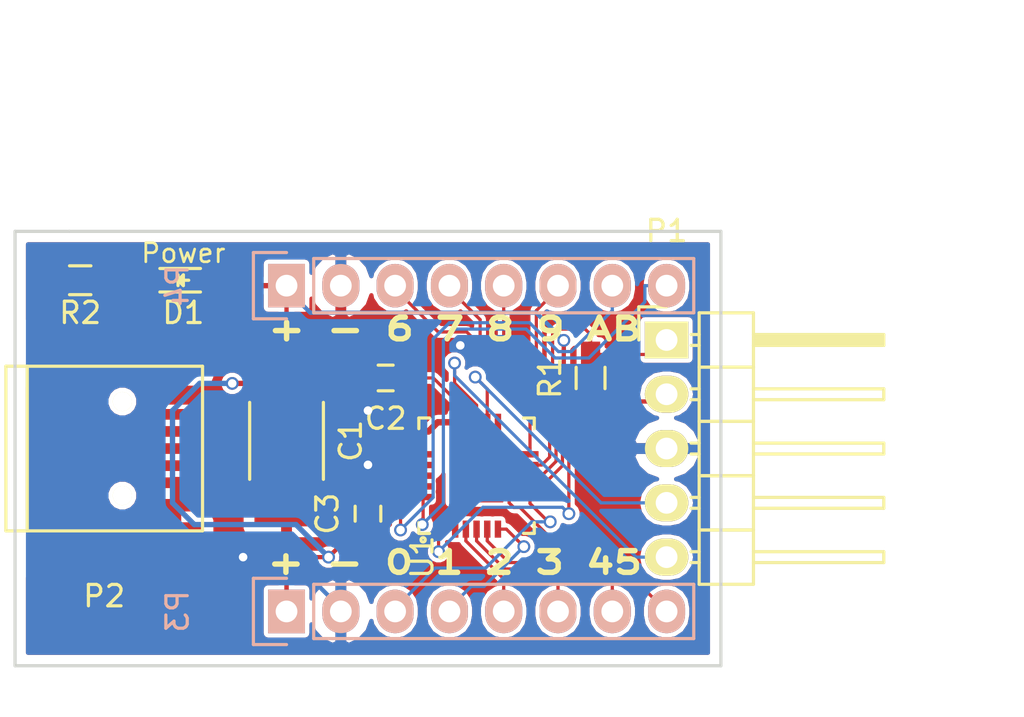
<source format=kicad_pcb>
(kicad_pcb (version 4) (host pcbnew 4.0.0-1rc2.201511201506+6189~38~ubuntu14.04.1-stable)

  (general
    (links 40)
    (no_connects 2)
    (area 149.784999 98.984999 182.955001 119.455001)
    (thickness 1.6)
    (drawings 12)
    (tracks 232)
    (zones 0)
    (modules 11)
    (nets 23)
  )

  (page A4)
  (layers
    (0 F.Cu signal)
    (31 B.Cu signal)
    (32 B.Adhes user)
    (33 F.Adhes user)
    (34 B.Paste user)
    (35 F.Paste user)
    (36 B.SilkS user)
    (37 F.SilkS user)
    (38 B.Mask user)
    (39 F.Mask user)
    (40 Dwgs.User user)
    (41 Cmts.User user)
    (42 Eco1.User user)
    (43 Eco2.User user)
    (44 Edge.Cuts user)
    (45 Margin user)
    (46 B.CrtYd user)
    (47 F.CrtYd user)
    (48 B.Fab user)
    (49 F.Fab user)
  )

  (setup
    (last_trace_width 0.15)
    (trace_clearance 0.15)
    (zone_clearance 0.2)
    (zone_45_only no)
    (trace_min 0.15)
    (segment_width 0.2)
    (edge_width 0.15)
    (via_size 0.6)
    (via_drill 0.4)
    (via_min_size 0.4)
    (via_min_drill 0.3)
    (uvia_size 0.3)
    (uvia_drill 0.1)
    (uvias_allowed no)
    (uvia_min_size 0.2)
    (uvia_min_drill 0.1)
    (pcb_text_width 0.3)
    (pcb_text_size 1.5 1.5)
    (mod_edge_width 0.15)
    (mod_text_size 1 1)
    (mod_text_width 0.15)
    (pad_size 1.524 1.524)
    (pad_drill 0.762)
    (pad_to_mask_clearance 0.2)
    (aux_axis_origin 0 0)
    (visible_elements FFFFFF7F)
    (pcbplotparams
      (layerselection 0x00030_80000001)
      (usegerberextensions false)
      (excludeedgelayer true)
      (linewidth 0.100000)
      (plotframeref false)
      (viasonmask false)
      (mode 1)
      (useauxorigin false)
      (hpglpennumber 1)
      (hpglpenspeed 20)
      (hpglpendiameter 15)
      (hpglpenoverlay 2)
      (psnegative false)
      (psa4output false)
      (plotreference true)
      (plotvalue true)
      (plotinvisibletext false)
      (padsonsilk false)
      (subtractmaskfromsilk false)
      (outputformat 1)
      (mirror false)
      (drillshape 1)
      (scaleselection 1)
      (outputdirectory ""))
  )

  (net 0 "")
  (net 1 +5V)
  (net 2 GND)
  (net 3 "Net-(C2-Pad1)")
  (net 4 ~MCLR)
  (net 5 PGD)
  (net 6 /D-)
  (net 7 /D+)
  (net 8 "Net-(P2-Pad4)")
  (net 9 "Net-(P3-Pad3)")
  (net 10 "Net-(P3-Pad4)")
  (net 11 "Net-(P3-Pad5)")
  (net 12 "Net-(P3-Pad6)")
  (net 13 "Net-(P3-Pad7)")
  (net 14 "Net-(P3-Pad8)")
  (net 15 "Net-(P4-Pad3)")
  (net 16 "Net-(P4-Pad4)")
  (net 17 "Net-(P4-Pad5)")
  (net 18 "Net-(P4-Pad6)")
  (net 19 "Net-(P4-Pad7)")
  (net 20 "Net-(P4-Pad8)")
  (net 21 PGC)
  (net 22 "Net-(D1-Pad1)")

  (net_class Default "Dies ist die voreingestellte Netzklasse."
    (clearance 0.15)
    (trace_width 0.15)
    (via_dia 0.6)
    (via_drill 0.4)
    (uvia_dia 0.3)
    (uvia_drill 0.1)
    (add_net "Net-(C2-Pad1)")
    (add_net "Net-(D1-Pad1)")
    (add_net "Net-(P2-Pad4)")
    (add_net "Net-(P3-Pad3)")
    (add_net "Net-(P3-Pad4)")
    (add_net "Net-(P3-Pad5)")
    (add_net "Net-(P3-Pad6)")
    (add_net "Net-(P3-Pad7)")
    (add_net "Net-(P3-Pad8)")
    (add_net "Net-(P4-Pad3)")
    (add_net "Net-(P4-Pad4)")
    (add_net "Net-(P4-Pad5)")
    (add_net "Net-(P4-Pad6)")
    (add_net "Net-(P4-Pad7)")
    (add_net "Net-(P4-Pad8)")
    (add_net PGC)
    (add_net PGD)
    (add_net ~MCLR)
  )

  (net_class Power ""
    (clearance 0.15)
    (trace_width 0.25)
    (via_dia 0.6)
    (via_drill 0.4)
    (uvia_dia 0.3)
    (uvia_drill 0.1)
    (add_net +5V)
    (add_net GND)
  )

  (net_class USB ""
    (clearance 0.15)
    (trace_width 0.3)
    (via_dia 0.6)
    (via_drill 0.4)
    (uvia_dia 0.3)
    (uvia_drill 0.1)
    (add_net /D+)
    (add_net /D-)
  )

  (module Capacitors_SMD:C_1812_HandSoldering (layer F.Cu) (tedit 541A9C88) (tstamp 565B02AE)
    (at 162.56 108.86 270)
    (descr "Capacitor SMD 1812, hand soldering")
    (tags "capacitor 1812")
    (path /565AF98D)
    (attr smd)
    (fp_text reference C1 (at 0 -3 270) (layer F.SilkS)
      (effects (font (size 1 1) (thickness 0.15)))
    )
    (fp_text value C (at 0 3 270) (layer F.Fab)
      (effects (font (size 1 1) (thickness 0.15)))
    )
    (fp_line (start -4.3 -1.85) (end 4.3 -1.85) (layer F.CrtYd) (width 0.05))
    (fp_line (start -4.3 1.85) (end 4.3 1.85) (layer F.CrtYd) (width 0.05))
    (fp_line (start -4.3 -1.85) (end -4.3 1.85) (layer F.CrtYd) (width 0.05))
    (fp_line (start 4.3 -1.85) (end 4.3 1.85) (layer F.CrtYd) (width 0.05))
    (fp_line (start 1.8 -1.725) (end -1.8 -1.725) (layer F.SilkS) (width 0.15))
    (fp_line (start -1.8 1.725) (end 1.8 1.725) (layer F.SilkS) (width 0.15))
    (pad 1 smd rect (at -2.9 0 270) (size 2.2 3) (layers F.Cu F.Paste F.Mask)
      (net 1 +5V))
    (pad 2 smd rect (at 2.9 0 270) (size 2.2 3) (layers F.Cu F.Paste F.Mask)
      (net 2 GND))
    (model Capacitors_SMD.3dshapes/C_1812_HandSoldering.wrl
      (at (xyz 0 0 0))
      (scale (xyz 1 1 1))
      (rotate (xyz 0 0 0))
    )
  )

  (module Capacitors_SMD:C_0603_HandSoldering (layer F.Cu) (tedit 541A9B4D) (tstamp 565B02BA)
    (at 167.198 105.918 180)
    (descr "Capacitor SMD 0603, hand soldering")
    (tags "capacitor 0603")
    (path /565B068C)
    (attr smd)
    (fp_text reference C2 (at 0 -1.9 180) (layer F.SilkS)
      (effects (font (size 1 1) (thickness 0.15)))
    )
    (fp_text value 100n (at 0 1.9 180) (layer F.Fab)
      (effects (font (size 1 1) (thickness 0.15)))
    )
    (fp_line (start -1.85 -0.75) (end 1.85 -0.75) (layer F.CrtYd) (width 0.05))
    (fp_line (start -1.85 0.75) (end 1.85 0.75) (layer F.CrtYd) (width 0.05))
    (fp_line (start -1.85 -0.75) (end -1.85 0.75) (layer F.CrtYd) (width 0.05))
    (fp_line (start 1.85 -0.75) (end 1.85 0.75) (layer F.CrtYd) (width 0.05))
    (fp_line (start -0.35 -0.6) (end 0.35 -0.6) (layer F.SilkS) (width 0.15))
    (fp_line (start 0.35 0.6) (end -0.35 0.6) (layer F.SilkS) (width 0.15))
    (pad 1 smd rect (at -0.95 0 180) (size 1.2 0.75) (layers F.Cu F.Paste F.Mask)
      (net 3 "Net-(C2-Pad1)"))
    (pad 2 smd rect (at 0.95 0 180) (size 1.2 0.75) (layers F.Cu F.Paste F.Mask)
      (net 2 GND))
    (model Capacitors_SMD.3dshapes/C_0603_HandSoldering.wrl
      (at (xyz 0 0 0))
      (scale (xyz 1 1 1))
      (rotate (xyz 0 0 0))
    )
  )

  (module Capacitors_SMD:C_0603_HandSoldering (layer F.Cu) (tedit 541A9B4D) (tstamp 565B02C6)
    (at 166.37 112.268 90)
    (descr "Capacitor SMD 0603, hand soldering")
    (tags "capacitor 0603")
    (path /565B070B)
    (attr smd)
    (fp_text reference C3 (at 0 -1.9 90) (layer F.SilkS)
      (effects (font (size 1 1) (thickness 0.15)))
    )
    (fp_text value 100n (at 0 1.9 90) (layer F.Fab)
      (effects (font (size 1 1) (thickness 0.15)))
    )
    (fp_line (start -1.85 -0.75) (end 1.85 -0.75) (layer F.CrtYd) (width 0.05))
    (fp_line (start -1.85 0.75) (end 1.85 0.75) (layer F.CrtYd) (width 0.05))
    (fp_line (start -1.85 -0.75) (end -1.85 0.75) (layer F.CrtYd) (width 0.05))
    (fp_line (start 1.85 -0.75) (end 1.85 0.75) (layer F.CrtYd) (width 0.05))
    (fp_line (start -0.35 -0.6) (end 0.35 -0.6) (layer F.SilkS) (width 0.15))
    (fp_line (start 0.35 0.6) (end -0.35 0.6) (layer F.SilkS) (width 0.15))
    (pad 1 smd rect (at -0.95 0 90) (size 1.2 0.75) (layers F.Cu F.Paste F.Mask)
      (net 1 +5V))
    (pad 2 smd rect (at 0.95 0 90) (size 1.2 0.75) (layers F.Cu F.Paste F.Mask)
      (net 2 GND))
    (model Capacitors_SMD.3dshapes/C_0603_HandSoldering.wrl
      (at (xyz 0 0 0))
      (scale (xyz 1 1 1))
      (rotate (xyz 0 0 0))
    )
  )

  (module Connect:USB_Mini-B (layer F.Cu) (tedit 5543E571) (tstamp 565B02F2)
    (at 154.03068 109.22)
    (descr "USB Mini-B 5-pin SMD connector")
    (tags "USB USB_B USB_Mini connector")
    (path /565AF7C2)
    (attr smd)
    (fp_text reference P2 (at 0 6.90118) (layer F.SilkS)
      (effects (font (size 1 1) (thickness 0.15)))
    )
    (fp_text value USB_OTG (at 0 -7.0993) (layer F.Fab)
      (effects (font (size 1 1) (thickness 0.15)))
    )
    (fp_line (start -4.85 -5.7) (end 4.85 -5.7) (layer F.CrtYd) (width 0.05))
    (fp_line (start 4.85 -5.7) (end 4.85 5.7) (layer F.CrtYd) (width 0.05))
    (fp_line (start 4.85 5.7) (end -4.85 5.7) (layer F.CrtYd) (width 0.05))
    (fp_line (start -4.85 5.7) (end -4.85 -5.7) (layer F.CrtYd) (width 0.05))
    (fp_line (start -3.59918 -3.85064) (end -3.59918 3.85064) (layer F.SilkS) (width 0.15))
    (fp_line (start -4.59994 -3.85064) (end -4.59994 3.85064) (layer F.SilkS) (width 0.15))
    (fp_line (start -4.59994 3.85064) (end 4.59994 3.85064) (layer F.SilkS) (width 0.15))
    (fp_line (start 4.59994 3.85064) (end 4.59994 -3.85064) (layer F.SilkS) (width 0.15))
    (fp_line (start 4.59994 -3.85064) (end -4.59994 -3.85064) (layer F.SilkS) (width 0.15))
    (pad 1 smd rect (at 3.44932 -1.6002) (size 2.30124 0.50038) (layers F.Cu F.Paste F.Mask)
      (net 1 +5V))
    (pad 2 smd rect (at 3.44932 -0.8001) (size 2.30124 0.50038) (layers F.Cu F.Paste F.Mask)
      (net 6 /D-))
    (pad 3 smd rect (at 3.44932 0) (size 2.30124 0.50038) (layers F.Cu F.Paste F.Mask)
      (net 7 /D+))
    (pad 4 smd rect (at 3.44932 0.8001) (size 2.30124 0.50038) (layers F.Cu F.Paste F.Mask)
      (net 8 "Net-(P2-Pad4)"))
    (pad 5 smd rect (at 3.44932 1.6002) (size 2.30124 0.50038) (layers F.Cu F.Paste F.Mask)
      (net 2 GND))
    (pad 6 smd rect (at 3.35026 -4.45008) (size 2.49936 1.99898) (layers F.Cu F.Paste F.Mask)
      (net 2 GND))
    (pad 6 smd rect (at -2.14884 -4.45008) (size 2.49936 1.99898) (layers F.Cu F.Paste F.Mask)
      (net 2 GND))
    (pad 6 smd rect (at 3.35026 4.45008) (size 2.49936 1.99898) (layers F.Cu F.Paste F.Mask)
      (net 2 GND))
    (pad 6 smd rect (at -2.14884 4.45008) (size 2.49936 1.99898) (layers F.Cu F.Paste F.Mask)
      (net 2 GND))
    (pad "" np_thru_hole circle (at 0.8509 -2.19964) (size 0.89916 0.89916) (drill 0.89916) (layers *.Cu *.Mask F.SilkS))
    (pad "" np_thru_hole circle (at 0.8509 2.19964) (size 0.89916 0.89916) (drill 0.89916) (layers *.Cu *.Mask F.SilkS))
  )

  (module Pin_Headers:Pin_Header_Straight_1x08 (layer B.Cu) (tedit 0) (tstamp 565B0309)
    (at 162.56 116.84 270)
    (descr "Through hole pin header")
    (tags "pin header")
    (path /565B0A65)
    (fp_text reference P3 (at 0 5.1 270) (layer B.SilkS)
      (effects (font (size 1 1) (thickness 0.15)) (justify mirror))
    )
    (fp_text value CONN_01X08 (at 0 3.1 270) (layer B.Fab)
      (effects (font (size 1 1) (thickness 0.15)) (justify mirror))
    )
    (fp_line (start -1.75 1.75) (end -1.75 -19.55) (layer B.CrtYd) (width 0.05))
    (fp_line (start 1.75 1.75) (end 1.75 -19.55) (layer B.CrtYd) (width 0.05))
    (fp_line (start -1.75 1.75) (end 1.75 1.75) (layer B.CrtYd) (width 0.05))
    (fp_line (start -1.75 -19.55) (end 1.75 -19.55) (layer B.CrtYd) (width 0.05))
    (fp_line (start 1.27 -1.27) (end 1.27 -19.05) (layer B.SilkS) (width 0.15))
    (fp_line (start 1.27 -19.05) (end -1.27 -19.05) (layer B.SilkS) (width 0.15))
    (fp_line (start -1.27 -19.05) (end -1.27 -1.27) (layer B.SilkS) (width 0.15))
    (fp_line (start 1.55 1.55) (end 1.55 0) (layer B.SilkS) (width 0.15))
    (fp_line (start 1.27 -1.27) (end -1.27 -1.27) (layer B.SilkS) (width 0.15))
    (fp_line (start -1.55 0) (end -1.55 1.55) (layer B.SilkS) (width 0.15))
    (fp_line (start -1.55 1.55) (end 1.55 1.55) (layer B.SilkS) (width 0.15))
    (pad 1 thru_hole rect (at 0 0 270) (size 2.032 1.7272) (drill 1.016) (layers *.Cu *.Mask B.SilkS)
      (net 1 +5V))
    (pad 2 thru_hole oval (at 0 -2.54 270) (size 2.032 1.7272) (drill 1.016) (layers *.Cu *.Mask B.SilkS)
      (net 2 GND))
    (pad 3 thru_hole oval (at 0 -5.08 270) (size 2.032 1.7272) (drill 1.016) (layers *.Cu *.Mask B.SilkS)
      (net 9 "Net-(P3-Pad3)"))
    (pad 4 thru_hole oval (at 0 -7.62 270) (size 2.032 1.7272) (drill 1.016) (layers *.Cu *.Mask B.SilkS)
      (net 10 "Net-(P3-Pad4)"))
    (pad 5 thru_hole oval (at 0 -10.16 270) (size 2.032 1.7272) (drill 1.016) (layers *.Cu *.Mask B.SilkS)
      (net 11 "Net-(P3-Pad5)"))
    (pad 6 thru_hole oval (at 0 -12.7 270) (size 2.032 1.7272) (drill 1.016) (layers *.Cu *.Mask B.SilkS)
      (net 12 "Net-(P3-Pad6)"))
    (pad 7 thru_hole oval (at 0 -15.24 270) (size 2.032 1.7272) (drill 1.016) (layers *.Cu *.Mask B.SilkS)
      (net 13 "Net-(P3-Pad7)"))
    (pad 8 thru_hole oval (at 0 -17.78 270) (size 2.032 1.7272) (drill 1.016) (layers *.Cu *.Mask B.SilkS)
      (net 14 "Net-(P3-Pad8)"))
    (model Pin_Headers.3dshapes/Pin_Header_Straight_1x08.wrl
      (at (xyz 0 -0.35 0))
      (scale (xyz 1 1 1))
      (rotate (xyz 0 0 90))
    )
  )

  (module Pin_Headers:Pin_Header_Straight_1x08 (layer B.Cu) (tedit 0) (tstamp 565B0320)
    (at 162.56 101.6 270)
    (descr "Through hole pin header")
    (tags "pin header")
    (path /565B09FE)
    (fp_text reference P4 (at 0 5.1 270) (layer B.SilkS)
      (effects (font (size 1 1) (thickness 0.15)) (justify mirror))
    )
    (fp_text value CONN_01X08 (at 0 3.1 270) (layer B.Fab)
      (effects (font (size 1 1) (thickness 0.15)) (justify mirror))
    )
    (fp_line (start -1.75 1.75) (end -1.75 -19.55) (layer B.CrtYd) (width 0.05))
    (fp_line (start 1.75 1.75) (end 1.75 -19.55) (layer B.CrtYd) (width 0.05))
    (fp_line (start -1.75 1.75) (end 1.75 1.75) (layer B.CrtYd) (width 0.05))
    (fp_line (start -1.75 -19.55) (end 1.75 -19.55) (layer B.CrtYd) (width 0.05))
    (fp_line (start 1.27 -1.27) (end 1.27 -19.05) (layer B.SilkS) (width 0.15))
    (fp_line (start 1.27 -19.05) (end -1.27 -19.05) (layer B.SilkS) (width 0.15))
    (fp_line (start -1.27 -19.05) (end -1.27 -1.27) (layer B.SilkS) (width 0.15))
    (fp_line (start 1.55 1.55) (end 1.55 0) (layer B.SilkS) (width 0.15))
    (fp_line (start 1.27 -1.27) (end -1.27 -1.27) (layer B.SilkS) (width 0.15))
    (fp_line (start -1.55 0) (end -1.55 1.55) (layer B.SilkS) (width 0.15))
    (fp_line (start -1.55 1.55) (end 1.55 1.55) (layer B.SilkS) (width 0.15))
    (pad 1 thru_hole rect (at 0 0 270) (size 2.032 1.7272) (drill 1.016) (layers *.Cu *.Mask B.SilkS)
      (net 1 +5V))
    (pad 2 thru_hole oval (at 0 -2.54 270) (size 2.032 1.7272) (drill 1.016) (layers *.Cu *.Mask B.SilkS)
      (net 2 GND))
    (pad 3 thru_hole oval (at 0 -5.08 270) (size 2.032 1.7272) (drill 1.016) (layers *.Cu *.Mask B.SilkS)
      (net 15 "Net-(P4-Pad3)"))
    (pad 4 thru_hole oval (at 0 -7.62 270) (size 2.032 1.7272) (drill 1.016) (layers *.Cu *.Mask B.SilkS)
      (net 16 "Net-(P4-Pad4)"))
    (pad 5 thru_hole oval (at 0 -10.16 270) (size 2.032 1.7272) (drill 1.016) (layers *.Cu *.Mask B.SilkS)
      (net 17 "Net-(P4-Pad5)"))
    (pad 6 thru_hole oval (at 0 -12.7 270) (size 2.032 1.7272) (drill 1.016) (layers *.Cu *.Mask B.SilkS)
      (net 18 "Net-(P4-Pad6)"))
    (pad 7 thru_hole oval (at 0 -15.24 270) (size 2.032 1.7272) (drill 1.016) (layers *.Cu *.Mask B.SilkS)
      (net 19 "Net-(P4-Pad7)"))
    (pad 8 thru_hole oval (at 0 -17.78 270) (size 2.032 1.7272) (drill 1.016) (layers *.Cu *.Mask B.SilkS)
      (net 20 "Net-(P4-Pad8)"))
    (model Pin_Headers.3dshapes/Pin_Header_Straight_1x08.wrl
      (at (xyz 0 -0.35 0))
      (scale (xyz 1 1 1))
      (rotate (xyz 0 0 90))
    )
  )

  (module Resistors_SMD:R_0603_HandSoldering (layer F.Cu) (tedit 5418A00F) (tstamp 565B032C)
    (at 176.784 105.918 90)
    (descr "Resistor SMD 0603, hand soldering")
    (tags "resistor 0603")
    (path /565AFCB6)
    (attr smd)
    (fp_text reference R1 (at 0 -1.9 90) (layer F.SilkS)
      (effects (font (size 1 1) (thickness 0.15)))
    )
    (fp_text value 10k (at 0 1.9 90) (layer F.Fab)
      (effects (font (size 1 1) (thickness 0.15)))
    )
    (fp_line (start -2 -0.8) (end 2 -0.8) (layer F.CrtYd) (width 0.05))
    (fp_line (start -2 0.8) (end 2 0.8) (layer F.CrtYd) (width 0.05))
    (fp_line (start -2 -0.8) (end -2 0.8) (layer F.CrtYd) (width 0.05))
    (fp_line (start 2 -0.8) (end 2 0.8) (layer F.CrtYd) (width 0.05))
    (fp_line (start 0.5 0.675) (end -0.5 0.675) (layer F.SilkS) (width 0.15))
    (fp_line (start -0.5 -0.675) (end 0.5 -0.675) (layer F.SilkS) (width 0.15))
    (pad 1 smd rect (at -1.1 0 90) (size 1.2 0.9) (layers F.Cu F.Paste F.Mask)
      (net 1 +5V))
    (pad 2 smd rect (at 1.1 0 90) (size 1.2 0.9) (layers F.Cu F.Paste F.Mask)
      (net 4 ~MCLR))
    (model Resistors_SMD.3dshapes/R_0603_HandSoldering.wrl
      (at (xyz 0 0 0))
      (scale (xyz 1 1 1))
      (rotate (xyz 0 0 0))
    )
  )

  (module PIC16f1459_QFN_Breakout:QFN20_0.5mm_pitch (layer F.Cu) (tedit 565B6C4E) (tstamp 565B7946)
    (at 171.45 110.49 90)
    (path /565B0497)
    (fp_text reference U1 (at -3.81 -2.54 90) (layer F.SilkS)
      (effects (font (size 1 1) (thickness 0.15)))
    )
    (fp_text value 16F1459_QFN20 (at 0 -17.78 90) (layer F.Fab)
      (effects (font (size 1 1) (thickness 0.15)))
    )
    (fp_circle (center -3 -2.5) (end -3 -2.6) (layer F.SilkS) (width 0.15))
    (fp_line (start 2.7 -2.7) (end 2.7 -2.2) (layer F.SilkS) (width 0.15))
    (fp_line (start 2.2 -2.7) (end 2.7 -2.7) (layer F.SilkS) (width 0.15))
    (fp_line (start 2.7 2.7) (end 2.7 2.2) (layer F.SilkS) (width 0.15))
    (fp_line (start 2.2 2.7) (end 2.7 2.7) (layer F.SilkS) (width 0.15))
    (fp_line (start -2.7 2.7) (end -2.2 2.7) (layer F.SilkS) (width 0.15))
    (fp_line (start -2.7 2.2) (end -2.7 2.7) (layer F.SilkS) (width 0.15))
    (fp_line (start -2.7 -2.7) (end -2.7 -2.2) (layer F.SilkS) (width 0.15))
    (fp_line (start -2.2 -2.7) (end -2.7 -2.7) (layer F.SilkS) (width 0.15))
    (pad EP smd rect (at 0 0 90) (size 2.5 2.5) (layers F.Cu F.Paste F.Mask))
    (pad 1 smd rect (at -2.5 -1 180) (size 0.3 0.8) (layers F.Cu F.Paste F.Mask)
      (net 4 ~MCLR))
    (pad 2 smd rect (at -2.5 -0.5 180) (size 0.3 0.8) (layers F.Cu F.Paste F.Mask)
      (net 11 "Net-(P3-Pad5)"))
    (pad 3 smd rect (at -2.5 0 180) (size 0.3 0.8) (layers F.Cu F.Paste F.Mask)
      (net 12 "Net-(P3-Pad6)"))
    (pad 4 smd rect (at -2.5 0.5 180) (size 0.3 0.8) (layers F.Cu F.Paste F.Mask)
      (net 13 "Net-(P3-Pad7)"))
    (pad 5 smd rect (at -2.5 1 180) (size 0.3 0.8) (layers F.Cu F.Paste F.Mask)
      (net 10 "Net-(P3-Pad4)"))
    (pad 7 smd rect (at -0.5 2.5 270) (size 0.3 0.8) (layers F.Cu F.Paste F.Mask)
      (net 18 "Net-(P4-Pad6)"))
    (pad 9 smd rect (at 0.5 2.5 270) (size 0.3 0.8) (layers F.Cu F.Paste F.Mask)
      (net 16 "Net-(P4-Pad4)"))
    (pad 10 smd rect (at 1 2.5 270) (size 0.3 0.8) (layers F.Cu F.Paste F.Mask)
      (net 15 "Net-(P4-Pad3)"))
    (pad 8 smd rect (at 0 2.5 270) (size 0.3 0.8) (layers F.Cu F.Paste F.Mask)
      (net 17 "Net-(P4-Pad5)"))
    (pad 6 smd rect (at -1 2.5 270) (size 0.3 0.8) (layers F.Cu F.Paste F.Mask)
      (net 9 "Net-(P3-Pad3)"))
    (pad 13 smd rect (at 2.5 0) (size 0.3 0.8) (layers F.Cu F.Paste F.Mask)
      (net 5 PGD))
    (pad 14 smd rect (at 2.5 -0.5) (size 0.3 0.8) (layers F.Cu F.Paste F.Mask)
      (net 3 "Net-(C2-Pad1)"))
    (pad 11 smd rect (at 2.5 1) (size 0.3 0.8) (layers F.Cu F.Paste F.Mask)
      (net 14 "Net-(P3-Pad8)"))
    (pad 12 smd rect (at 2.5 0.5) (size 0.3 0.8) (layers F.Cu F.Paste F.Mask)
      (net 21 PGC))
    (pad 15 smd rect (at 2.5 -1) (size 0.3 0.8) (layers F.Cu F.Paste F.Mask)
      (net 6 /D-))
    (pad 18 smd rect (at 0 -2.5 90) (size 0.3 0.8) (layers F.Cu F.Paste F.Mask)
      (net 1 +5V))
    (pad 19 smd rect (at -0.5 -2.5 90) (size 0.3 0.8) (layers F.Cu F.Paste F.Mask)
      (net 19 "Net-(P4-Pad7)"))
    (pad 16 smd rect (at 1 -2.5 90) (size 0.3 0.8) (layers F.Cu F.Paste F.Mask)
      (net 7 /D+))
    (pad 17 smd rect (at 0.5 -2.5 90) (size 0.3 0.8) (layers F.Cu F.Paste F.Mask)
      (net 2 GND))
    (pad 20 smd rect (at -1 -2.5 90) (size 0.3 0.8) (layers F.Cu F.Paste F.Mask)
      (net 20 "Net-(P4-Pad8)"))
  )

  (module Pin_Headers:Pin_Header_Angled_1x05 (layer F.Cu) (tedit 0) (tstamp 565B868A)
    (at 180.34 104.14)
    (descr "Through hole pin header")
    (tags "pin header")
    (path /565AFAB3)
    (fp_text reference P1 (at 0 -5.1) (layer F.SilkS)
      (effects (font (size 1 1) (thickness 0.15)))
    )
    (fp_text value CONN_01X05 (at 0 -3.1) (layer F.Fab)
      (effects (font (size 1 1) (thickness 0.15)))
    )
    (fp_line (start -1.5 -1.75) (end -1.5 11.95) (layer F.CrtYd) (width 0.05))
    (fp_line (start 10.65 -1.75) (end 10.65 11.95) (layer F.CrtYd) (width 0.05))
    (fp_line (start -1.5 -1.75) (end 10.65 -1.75) (layer F.CrtYd) (width 0.05))
    (fp_line (start -1.5 11.95) (end 10.65 11.95) (layer F.CrtYd) (width 0.05))
    (fp_line (start -1.3 -1.55) (end -1.3 0) (layer F.SilkS) (width 0.15))
    (fp_line (start 0 -1.55) (end -1.3 -1.55) (layer F.SilkS) (width 0.15))
    (fp_line (start 4.191 -0.127) (end 10.033 -0.127) (layer F.SilkS) (width 0.15))
    (fp_line (start 10.033 -0.127) (end 10.033 0.127) (layer F.SilkS) (width 0.15))
    (fp_line (start 10.033 0.127) (end 4.191 0.127) (layer F.SilkS) (width 0.15))
    (fp_line (start 4.191 0.127) (end 4.191 0) (layer F.SilkS) (width 0.15))
    (fp_line (start 4.191 0) (end 10.033 0) (layer F.SilkS) (width 0.15))
    (fp_line (start 1.524 -0.254) (end 1.143 -0.254) (layer F.SilkS) (width 0.15))
    (fp_line (start 1.524 0.254) (end 1.143 0.254) (layer F.SilkS) (width 0.15))
    (fp_line (start 1.524 2.286) (end 1.143 2.286) (layer F.SilkS) (width 0.15))
    (fp_line (start 1.524 2.794) (end 1.143 2.794) (layer F.SilkS) (width 0.15))
    (fp_line (start 1.524 4.826) (end 1.143 4.826) (layer F.SilkS) (width 0.15))
    (fp_line (start 1.524 5.334) (end 1.143 5.334) (layer F.SilkS) (width 0.15))
    (fp_line (start 1.524 7.366) (end 1.143 7.366) (layer F.SilkS) (width 0.15))
    (fp_line (start 1.524 7.874) (end 1.143 7.874) (layer F.SilkS) (width 0.15))
    (fp_line (start 1.524 10.414) (end 1.143 10.414) (layer F.SilkS) (width 0.15))
    (fp_line (start 1.524 9.906) (end 1.143 9.906) (layer F.SilkS) (width 0.15))
    (fp_line (start 4.064 1.27) (end 4.064 -1.27) (layer F.SilkS) (width 0.15))
    (fp_line (start 10.16 0.254) (end 4.064 0.254) (layer F.SilkS) (width 0.15))
    (fp_line (start 10.16 -0.254) (end 10.16 0.254) (layer F.SilkS) (width 0.15))
    (fp_line (start 4.064 -0.254) (end 10.16 -0.254) (layer F.SilkS) (width 0.15))
    (fp_line (start 1.524 1.27) (end 4.064 1.27) (layer F.SilkS) (width 0.15))
    (fp_line (start 1.524 -1.27) (end 1.524 1.27) (layer F.SilkS) (width 0.15))
    (fp_line (start 1.524 -1.27) (end 4.064 -1.27) (layer F.SilkS) (width 0.15))
    (fp_line (start 1.524 3.81) (end 4.064 3.81) (layer F.SilkS) (width 0.15))
    (fp_line (start 1.524 3.81) (end 1.524 6.35) (layer F.SilkS) (width 0.15))
    (fp_line (start 1.524 6.35) (end 4.064 6.35) (layer F.SilkS) (width 0.15))
    (fp_line (start 4.064 4.826) (end 10.16 4.826) (layer F.SilkS) (width 0.15))
    (fp_line (start 10.16 4.826) (end 10.16 5.334) (layer F.SilkS) (width 0.15))
    (fp_line (start 10.16 5.334) (end 4.064 5.334) (layer F.SilkS) (width 0.15))
    (fp_line (start 4.064 6.35) (end 4.064 3.81) (layer F.SilkS) (width 0.15))
    (fp_line (start 4.064 3.81) (end 4.064 1.27) (layer F.SilkS) (width 0.15))
    (fp_line (start 10.16 2.794) (end 4.064 2.794) (layer F.SilkS) (width 0.15))
    (fp_line (start 10.16 2.286) (end 10.16 2.794) (layer F.SilkS) (width 0.15))
    (fp_line (start 4.064 2.286) (end 10.16 2.286) (layer F.SilkS) (width 0.15))
    (fp_line (start 1.524 3.81) (end 4.064 3.81) (layer F.SilkS) (width 0.15))
    (fp_line (start 1.524 1.27) (end 1.524 3.81) (layer F.SilkS) (width 0.15))
    (fp_line (start 1.524 1.27) (end 4.064 1.27) (layer F.SilkS) (width 0.15))
    (fp_line (start 1.524 8.89) (end 4.064 8.89) (layer F.SilkS) (width 0.15))
    (fp_line (start 1.524 8.89) (end 1.524 11.43) (layer F.SilkS) (width 0.15))
    (fp_line (start 1.524 11.43) (end 4.064 11.43) (layer F.SilkS) (width 0.15))
    (fp_line (start 4.064 9.906) (end 10.16 9.906) (layer F.SilkS) (width 0.15))
    (fp_line (start 10.16 9.906) (end 10.16 10.414) (layer F.SilkS) (width 0.15))
    (fp_line (start 10.16 10.414) (end 4.064 10.414) (layer F.SilkS) (width 0.15))
    (fp_line (start 4.064 11.43) (end 4.064 8.89) (layer F.SilkS) (width 0.15))
    (fp_line (start 4.064 8.89) (end 4.064 6.35) (layer F.SilkS) (width 0.15))
    (fp_line (start 10.16 7.874) (end 4.064 7.874) (layer F.SilkS) (width 0.15))
    (fp_line (start 10.16 7.366) (end 10.16 7.874) (layer F.SilkS) (width 0.15))
    (fp_line (start 4.064 7.366) (end 10.16 7.366) (layer F.SilkS) (width 0.15))
    (fp_line (start 1.524 8.89) (end 4.064 8.89) (layer F.SilkS) (width 0.15))
    (fp_line (start 1.524 6.35) (end 1.524 8.89) (layer F.SilkS) (width 0.15))
    (fp_line (start 1.524 6.35) (end 4.064 6.35) (layer F.SilkS) (width 0.15))
    (pad 1 thru_hole rect (at 0 0) (size 2.032 1.7272) (drill 1.016) (layers *.Cu *.Mask F.SilkS)
      (net 4 ~MCLR))
    (pad 2 thru_hole oval (at 0 2.54) (size 2.032 1.7272) (drill 1.016) (layers *.Cu *.Mask F.SilkS)
      (net 1 +5V))
    (pad 3 thru_hole oval (at 0 5.08) (size 2.032 1.7272) (drill 1.016) (layers *.Cu *.Mask F.SilkS)
      (net 2 GND))
    (pad 4 thru_hole oval (at 0 7.62) (size 2.032 1.7272) (drill 1.016) (layers *.Cu *.Mask F.SilkS)
      (net 21 PGC))
    (pad 5 thru_hole oval (at 0 10.16) (size 2.032 1.7272) (drill 1.016) (layers *.Cu *.Mask F.SilkS)
      (net 5 PGD))
    (model Pin_Headers.3dshapes/Pin_Header_Angled_1x05.wrl
      (at (xyz 0 -0.2 0))
      (scale (xyz 1 1 1))
      (rotate (xyz 0 0 90))
    )
  )

  (module LEDs:LED-0603 (layer F.Cu) (tedit 55BDE255) (tstamp 565B8748)
    (at 157.734 101.346)
    (descr "LED 0603 smd package")
    (tags "LED led 0603 SMD smd SMT smt smdled SMDLED smtled SMTLED")
    (path /565B98BA)
    (attr smd)
    (fp_text reference D1 (at 0 1.524) (layer F.SilkS)
      (effects (font (size 1 1) (thickness 0.15)))
    )
    (fp_text value POWER (at 0 1.5) (layer F.Fab)
      (effects (font (size 1 1) (thickness 0.15)))
    )
    (fp_line (start -1.1 0.55) (end 0.8 0.55) (layer F.SilkS) (width 0.15))
    (fp_line (start -1.1 -0.55) (end 0.8 -0.55) (layer F.SilkS) (width 0.15))
    (fp_line (start -0.2 0) (end 0.25 0) (layer F.SilkS) (width 0.15))
    (fp_line (start -0.25 -0.25) (end -0.25 0.25) (layer F.SilkS) (width 0.15))
    (fp_line (start -0.25 0) (end 0 -0.25) (layer F.SilkS) (width 0.15))
    (fp_line (start 0 -0.25) (end 0 0.25) (layer F.SilkS) (width 0.15))
    (fp_line (start 0 0.25) (end -0.25 0) (layer F.SilkS) (width 0.15))
    (fp_line (start 1.4 -0.75) (end 1.4 0.75) (layer F.CrtYd) (width 0.05))
    (fp_line (start 1.4 0.75) (end -1.4 0.75) (layer F.CrtYd) (width 0.05))
    (fp_line (start -1.4 0.75) (end -1.4 -0.75) (layer F.CrtYd) (width 0.05))
    (fp_line (start -1.4 -0.75) (end 1.4 -0.75) (layer F.CrtYd) (width 0.05))
    (pad 2 smd rect (at 0.7493 0 180) (size 0.79756 0.79756) (layers F.Cu F.Paste F.Mask)
      (net 1 +5V))
    (pad 1 smd rect (at -0.7493 0 180) (size 0.79756 0.79756) (layers F.Cu F.Paste F.Mask)
      (net 22 "Net-(D1-Pad1)"))
  )

  (module Resistors_SMD:R_0603_HandSoldering (layer F.Cu) (tedit 5418A00F) (tstamp 565B8754)
    (at 152.908 101.346 180)
    (descr "Resistor SMD 0603, hand soldering")
    (tags "resistor 0603")
    (path /565B9800)
    (attr smd)
    (fp_text reference R2 (at 0 -1.524 180) (layer F.SilkS)
      (effects (font (size 1 1) (thickness 0.15)))
    )
    (fp_text value 330R (at 0 1.9 180) (layer F.Fab)
      (effects (font (size 1 1) (thickness 0.15)))
    )
    (fp_line (start -2 -0.8) (end 2 -0.8) (layer F.CrtYd) (width 0.05))
    (fp_line (start -2 0.8) (end 2 0.8) (layer F.CrtYd) (width 0.05))
    (fp_line (start -2 -0.8) (end -2 0.8) (layer F.CrtYd) (width 0.05))
    (fp_line (start 2 -0.8) (end 2 0.8) (layer F.CrtYd) (width 0.05))
    (fp_line (start 0.5 0.675) (end -0.5 0.675) (layer F.SilkS) (width 0.15))
    (fp_line (start -0.5 -0.675) (end 0.5 -0.675) (layer F.SilkS) (width 0.15))
    (pad 1 smd rect (at -1.1 0 180) (size 1.2 0.9) (layers F.Cu F.Paste F.Mask)
      (net 22 "Net-(D1-Pad1)"))
    (pad 2 smd rect (at 1.1 0 180) (size 1.2 0.9) (layers F.Cu F.Paste F.Mask)
      (net 2 GND))
    (model Resistors_SMD.3dshapes/R_0603_HandSoldering.wrl
      (at (xyz 0 0 0))
      (scale (xyz 1 1 1))
      (rotate (xyz 0 0 0))
    )
  )

  (gr_text Power (at 157.734 100.076) (layer F.SilkS)
    (effects (font (size 0.889 0.889) (thickness 0.127)))
  )
  (gr_text "+ - 6 7 8 9 AB" (at 170.434 103.632) (layer F.SilkS) (tstamp 565B843F)
    (effects (font (size 1.016 1.3716) (thickness 0.254)))
  )
  (gr_text "+ - 0 1 2 3 45" (at 170.434 114.554) (layer F.SilkS)
    (effects (font (size 1.016 1.3716) (thickness 0.254)))
  )
  (dimension 20.32 (width 0.3) (layer Dwgs.User)
    (gr_text "0,8000 in" (at 194.39 109.22 270) (layer Dwgs.User)
      (effects (font (size 1.5 1.5) (thickness 0.3)))
    )
    (feature1 (pts (xy 182.88 119.38) (xy 195.74 119.38)))
    (feature2 (pts (xy 182.88 99.06) (xy 195.74 99.06)))
    (crossbar (pts (xy 193.04 99.06) (xy 193.04 119.38)))
    (arrow1a (pts (xy 193.04 119.38) (xy 192.453579 118.253496)))
    (arrow1b (pts (xy 193.04 119.38) (xy 193.626421 118.253496)))
    (arrow2a (pts (xy 193.04 99.06) (xy 192.453579 100.186504)))
    (arrow2b (pts (xy 193.04 99.06) (xy 193.626421 100.186504)))
  )
  (dimension 33.02 (width 0.3) (layer Dwgs.User)
    (gr_text "1,3000 in" (at 166.37 90.09) (layer Dwgs.User)
      (effects (font (size 1.5 1.5) (thickness 0.3)))
    )
    (feature1 (pts (xy 182.88 99.06) (xy 182.88 88.74)))
    (feature2 (pts (xy 149.86 99.06) (xy 149.86 88.74)))
    (crossbar (pts (xy 149.86 91.44) (xy 182.88 91.44)))
    (arrow1a (pts (xy 182.88 91.44) (xy 181.753496 92.026421)))
    (arrow1b (pts (xy 182.88 91.44) (xy 181.753496 90.853579)))
    (arrow2a (pts (xy 149.86 91.44) (xy 150.986504 92.026421)))
    (arrow2b (pts (xy 149.86 91.44) (xy 150.986504 90.853579)))
  )
  (dimension 20.32 (width 0.3) (layer Dwgs.User)
    (gr_text "20,320 mm" (at 189.31 109.22 270) (layer Dwgs.User)
      (effects (font (size 1.5 1.5) (thickness 0.3)))
    )
    (feature1 (pts (xy 182.88 119.38) (xy 190.66 119.38)))
    (feature2 (pts (xy 182.88 99.06) (xy 190.66 99.06)))
    (crossbar (pts (xy 187.96 99.06) (xy 187.96 119.38)))
    (arrow1a (pts (xy 187.96 119.38) (xy 187.373579 118.253496)))
    (arrow1b (pts (xy 187.96 119.38) (xy 188.546421 118.253496)))
    (arrow2a (pts (xy 187.96 99.06) (xy 187.373579 100.186504)))
    (arrow2b (pts (xy 187.96 99.06) (xy 188.546421 100.186504)))
  )
  (dimension 33.02 (width 0.3) (layer Dwgs.User)
    (gr_text "33,020 mm" (at 166.37 95.17) (layer Dwgs.User)
      (effects (font (size 1.5 1.5) (thickness 0.3)))
    )
    (feature1 (pts (xy 182.88 99.06) (xy 182.88 93.82)))
    (feature2 (pts (xy 149.86 99.06) (xy 149.86 93.82)))
    (crossbar (pts (xy 149.86 96.52) (xy 182.88 96.52)))
    (arrow1a (pts (xy 182.88 96.52) (xy 181.753496 97.106421)))
    (arrow1b (pts (xy 182.88 96.52) (xy 181.753496 95.933579)))
    (arrow2a (pts (xy 149.86 96.52) (xy 150.986504 97.106421)))
    (arrow2b (pts (xy 149.86 96.52) (xy 150.986504 95.933579)))
  )
  (gr_line (start 182.88 119.38) (end 182.88 99.06) (layer Edge.Cuts) (width 0.15))
  (gr_line (start 149.86 119.38) (end 182.88 119.38) (layer Edge.Cuts) (width 0.15))
  (gr_line (start 149.86 99.06) (end 149.86 119.38) (layer Edge.Cuts) (width 0.15))
  (gr_line (start 152.4 99.06) (end 149.86 99.06) (layer Edge.Cuts) (width 0.15))
  (gr_line (start 182.88 99.06) (end 152.4 99.06) (layer Edge.Cuts) (width 0.15))

  (segment (start 159.766 101.346) (end 160.02 101.6) (width 0.25) (layer F.Cu) (net 1))
  (segment (start 160.02 101.6) (end 162.56 101.6) (width 0.25) (layer F.Cu) (net 1))
  (segment (start 158.4833 101.346) (end 159.766 101.346) (width 0.25) (layer F.Cu) (net 1))
  (segment (start 158.242 112.776) (end 163.002 112.776) (width 0.25) (layer B.Cu) (net 1))
  (segment (start 163.002 112.776) (end 164.526 114.3) (width 0.25) (layer B.Cu) (net 1))
  (segment (start 157.226 111.76) (end 158.242 112.776) (width 0.25) (layer B.Cu) (net 1))
  (segment (start 157.226 107.442) (end 157.226 111.76) (width 0.25) (layer B.Cu) (net 1))
  (segment (start 158.496 106.172) (end 157.226 107.442) (width 0.25) (layer B.Cu) (net 1))
  (segment (start 160.02 106.172) (end 158.496 106.172) (width 0.25) (layer B.Cu) (net 1))
  (segment (start 160.598 106.172) (end 160.02 106.172) (width 0.25) (layer F.Cu) (net 1))
  (via (at 160.02 106.172) (size 0.6) (drill 0.4) (layers F.Cu B.Cu) (net 1))
  (segment (start 162.56 105.96) (end 160.81 105.96) (width 0.25) (layer F.Cu) (net 1))
  (segment (start 160.81 105.96) (end 160.598 106.172) (width 0.25) (layer F.Cu) (net 1))
  (segment (start 176.784 106.868) (end 175.53102 105.61502) (width 0.2) (layer F.Cu) (net 1))
  (segment (start 175.231021 103.85821) (end 175.53102 104.158209) (width 0.2) (layer B.Cu) (net 1))
  (segment (start 174.238821 102.86601) (end 175.231021 103.85821) (width 0.2) (layer B.Cu) (net 1))
  (segment (start 163.67361 102.86601) (end 174.238821 102.86601) (width 0.2) (layer B.Cu) (net 1))
  (segment (start 162.56 101.6) (end 162.56 101.7524) (width 0.2) (layer B.Cu) (net 1))
  (segment (start 175.53102 104.582473) (end 175.53102 104.158209) (width 0.2) (layer F.Cu) (net 1))
  (segment (start 176.784 107.018) (end 176.784 106.868) (width 0.2) (layer F.Cu) (net 1))
  (via (at 175.53102 104.158209) (size 0.6) (drill 0.4) (layers F.Cu B.Cu) (net 1))
  (segment (start 175.53102 105.61502) (end 175.53102 104.582473) (width 0.2) (layer F.Cu) (net 1))
  (segment (start 162.56 101.7524) (end 163.67361 102.86601) (width 0.2) (layer B.Cu) (net 1))
  (via (at 164.526 114.3) (size 0.6) (drill 0.4) (layers F.Cu B.Cu) (net 1))
  (segment (start 163.322 114.3) (end 164.526 114.3) (width 0.2) (layer F.Cu) (net 1))
  (segment (start 164.526 114.3) (end 165.1 113.726) (width 0.2) (layer F.Cu) (net 1))
  (segment (start 165.608 113.218) (end 166.37 113.218) (width 0.2) (layer F.Cu) (net 1))
  (segment (start 165.1 113.726) (end 165.608 113.218) (width 0.2) (layer F.Cu) (net 1))
  (segment (start 162.56 116.84) (end 162.56 115.062) (width 0.2) (layer F.Cu) (net 1))
  (segment (start 162.56 115.062) (end 163.322 114.3) (width 0.2) (layer F.Cu) (net 1))
  (segment (start 162.56 105.96) (end 164.26 105.96) (width 0.2) (layer F.Cu) (net 1))
  (segment (start 157.48 107.6198) (end 162.2002 107.6198) (width 0.2) (layer F.Cu) (net 1))
  (segment (start 162.2002 107.6198) (end 162.56 107.26) (width 0.2) (layer F.Cu) (net 1))
  (segment (start 162.56 107.26) (end 162.56 105.96) (width 0.2) (layer F.Cu) (net 1))
  (segment (start 162.56 116.84) (end 162.56 115.624) (width 0.2) (layer F.Cu) (net 1))
  (segment (start 162.56 101.6) (end 162.56 102.816) (width 0.2) (layer F.Cu) (net 1))
  (segment (start 162.56 102.816) (end 162.56 105.96) (width 0.2) (layer F.Cu) (net 1))
  (segment (start 176.784 107.018) (end 180.002 107.018) (width 0.2) (layer F.Cu) (net 1))
  (segment (start 180.002 107.018) (end 180.34 106.68) (width 0.2) (layer F.Cu) (net 1))
  (segment (start 167.386 110.744) (end 167.64 110.49) (width 0.2) (layer F.Cu) (net 1))
  (segment (start 167.64 110.49) (end 168.95 110.49) (width 0.2) (layer F.Cu) (net 1))
  (segment (start 167.386 112.777) (end 167.386 110.744) (width 0.2) (layer F.Cu) (net 1))
  (segment (start 166.37 113.218) (end 166.945 113.218) (width 0.2) (layer F.Cu) (net 1))
  (segment (start 166.945 113.218) (end 167.386 112.777) (width 0.2) (layer F.Cu) (net 1))
  (via (at 170.688 104.394) (size 0.6) (drill 0.4) (layers F.Cu B.Cu) (net 2))
  (segment (start 166.878 104.394) (end 170.688 104.394) (width 0.25) (layer F.Cu) (net 2))
  (segment (start 166.248 105.918) (end 166.248 105.024) (width 0.25) (layer F.Cu) (net 2))
  (segment (start 166.248 105.024) (end 166.878 104.394) (width 0.25) (layer F.Cu) (net 2))
  (segment (start 166.248 103.964) (end 166.248 104.902) (width 0.2) (layer F.Cu) (net 2))
  (segment (start 166.248 105.918) (end 166.248 105.293) (width 0.25) (layer F.Cu) (net 2))
  (segment (start 166.248 105.293) (end 166.248 104.902) (width 0.25) (layer F.Cu) (net 2))
  (segment (start 166.37 107.442) (end 166.37 109.982) (width 0.25) (layer B.Cu) (net 2))
  (segment (start 166.248 107.32) (end 166.37 107.442) (width 0.25) (layer F.Cu) (net 2))
  (via (at 166.37 107.442) (size 0.6) (drill 0.4) (layers F.Cu B.Cu) (net 2))
  (segment (start 166.248 105.918) (end 166.248 107.32) (width 0.25) (layer F.Cu) (net 2))
  (via (at 166.37 109.982) (size 0.6) (drill 0.4) (layers F.Cu B.Cu) (net 2))
  (segment (start 166.37 111.318) (end 166.37 109.982) (width 0.25) (layer F.Cu) (net 2))
  (segment (start 160.528 114.3) (end 160.827999 114.599999) (width 0.2) (layer B.Cu) (net 2))
  (segment (start 160.827999 114.599999) (end 163.012399 114.599999) (width 0.2) (layer B.Cu) (net 2))
  (segment (start 165.1 116.6876) (end 165.1 116.84) (width 0.2) (layer B.Cu) (net 2))
  (segment (start 163.012399 114.599999) (end 165.1 116.6876) (width 0.2) (layer B.Cu) (net 2))
  (segment (start 161.544 114.3) (end 160.528 114.3) (width 0.2) (layer F.Cu) (net 2))
  (via (at 160.528 114.3) (size 0.6) (drill 0.4) (layers F.Cu B.Cu) (net 2))
  (segment (start 162.56 113.284) (end 161.544 114.3) (width 0.2) (layer F.Cu) (net 2))
  (segment (start 162.56 113.06) (end 162.56 113.284) (width 0.2) (layer F.Cu) (net 2))
  (segment (start 162.56 111.76) (end 162.56 113.06) (width 0.2) (layer F.Cu) (net 2))
  (segment (start 151.88184 113.67008) (end 151.88184 112.47059) (width 0.2) (layer F.Cu) (net 2))
  (segment (start 151.88184 112.47059) (end 151.88184 104.76992) (width 0.2) (layer F.Cu) (net 2))
  (segment (start 157.38094 104.76992) (end 151.88184 104.76992) (width 0.2) (layer F.Cu) (net 2))
  (segment (start 151.88184 113.67008) (end 153.33152 113.67008) (width 0.2) (layer F.Cu) (net 2))
  (segment (start 153.33152 113.67008) (end 157.38094 113.67008) (width 0.2) (layer F.Cu) (net 2))
  (segment (start 157.48 110.8202) (end 157.48 113.57102) (width 0.2) (layer F.Cu) (net 2))
  (segment (start 157.48 113.57102) (end 157.38094 113.67008) (width 0.2) (layer F.Cu) (net 2))
  (segment (start 165.542 111.318) (end 165.1 111.76) (width 0.2) (layer F.Cu) (net 2))
  (segment (start 165.1 111.76) (end 162.56 111.76) (width 0.2) (layer F.Cu) (net 2))
  (segment (start 166.37 111.318) (end 165.542 111.318) (width 0.2) (layer F.Cu) (net 2))
  (segment (start 165.1 101.6) (end 165.1 102.816) (width 0.2) (layer F.Cu) (net 2))
  (segment (start 165.1 102.816) (end 166.248 103.964) (width 0.2) (layer F.Cu) (net 2))
  (segment (start 166.37 110.518) (end 166.37 111.318) (width 0.2) (layer F.Cu) (net 2))
  (segment (start 166.898 109.99) (end 166.37 110.518) (width 0.2) (layer F.Cu) (net 2))
  (segment (start 168.95 109.99) (end 166.898 109.99) (width 0.2) (layer F.Cu) (net 2))
  (segment (start 157.48 110.8202) (end 161.6202 110.8202) (width 0.2) (layer F.Cu) (net 2))
  (segment (start 161.6202 110.8202) (end 162.56 111.76) (width 0.2) (layer F.Cu) (net 2))
  (segment (start 170.95 107.99) (end 170.95 107.44) (width 0.15) (layer F.Cu) (net 3))
  (segment (start 169.428 105.918) (end 168.898 105.918) (width 0.15) (layer F.Cu) (net 3))
  (segment (start 170.95 107.44) (end 169.428 105.918) (width 0.15) (layer F.Cu) (net 3))
  (segment (start 168.898 105.918) (end 168.148 105.918) (width 0.15) (layer F.Cu) (net 3))
  (segment (start 176.784 104.818) (end 176.784 103.886) (width 0.15) (layer F.Cu) (net 4))
  (segment (start 176.784 103.886) (end 176.53 103.632) (width 0.15) (layer F.Cu) (net 4))
  (segment (start 176.53 103.632) (end 175.26 103.632) (width 0.15) (layer F.Cu) (net 4))
  (segment (start 175.26 103.632) (end 175.006 103.886) (width 0.15) (layer F.Cu) (net 4))
  (segment (start 175.006 103.886) (end 175.006 106.426) (width 0.15) (layer F.Cu) (net 4))
  (segment (start 175.006 106.426) (end 175.768 107.188) (width 0.15) (layer F.Cu) (net 4))
  (segment (start 175.768 107.188) (end 175.768 112.268) (width 0.15) (layer F.Cu) (net 4))
  (segment (start 169.672 114.046) (end 171.749999 111.968001) (width 0.15) (layer B.Cu) (net 4))
  (segment (start 171.749999 111.968001) (end 175.468001 111.968001) (width 0.15) (layer B.Cu) (net 4))
  (segment (start 175.468001 111.968001) (end 175.768 112.268) (width 0.15) (layer B.Cu) (net 4))
  (via (at 175.768 112.268) (size 0.6) (drill 0.4) (layers F.Cu B.Cu) (net 4))
  (via (at 169.672 114.046) (size 0.6) (drill 0.4) (layers F.Cu B.Cu) (net 4))
  (segment (start 169.672 113.468) (end 169.672 114.046) (width 0.15) (layer F.Cu) (net 4))
  (segment (start 170.45 112.99) (end 170.15 112.99) (width 0.15) (layer F.Cu) (net 4))
  (segment (start 170.15 112.99) (end 169.672 113.468) (width 0.15) (layer F.Cu) (net 4))
  (segment (start 176.784 104.818) (end 179.662 104.818) (width 0.15) (layer F.Cu) (net 4))
  (segment (start 179.662 104.818) (end 180.34 104.14) (width 0.15) (layer F.Cu) (net 4))
  (via (at 170.422077 105.218044) (size 0.6) (drill 0.4) (layers F.Cu B.Cu) (net 5))
  (segment (start 171.45 107.188) (end 170.422077 106.160077) (width 0.15) (layer F.Cu) (net 5))
  (segment (start 170.422077 105.805321) (end 170.422077 105.642308) (width 0.15) (layer B.Cu) (net 5))
  (segment (start 171.45 107.99) (end 171.45 107.188) (width 0.15) (layer F.Cu) (net 5))
  (segment (start 170.422077 106.160077) (end 170.422077 105.642308) (width 0.15) (layer F.Cu) (net 5))
  (segment (start 170.422077 105.642308) (end 170.422077 105.218044) (width 0.15) (layer F.Cu) (net 5))
  (segment (start 180.34 114.3) (end 178.916756 114.3) (width 0.15) (layer B.Cu) (net 5))
  (segment (start 178.916756 114.3) (end 170.422077 105.805321) (width 0.15) (layer B.Cu) (net 5))
  (segment (start 170.422077 105.642308) (end 170.422077 105.218044) (width 0.15) (layer B.Cu) (net 5))
  (segment (start 169.2021 108.4199) (end 169.632 107.99) (width 0.3) (layer F.Cu) (net 6))
  (segment (start 169.632 107.99) (end 170.45 107.99) (width 0.3) (layer F.Cu) (net 6))
  (segment (start 157.48 108.4199) (end 169.2021 108.4199) (width 0.3) (layer F.Cu) (net 6))
  (segment (start 157.48 109.22) (end 167.894 109.22) (width 0.3) (layer F.Cu) (net 7))
  (segment (start 168.95 109.49) (end 168.25 109.49) (width 0.3) (layer F.Cu) (net 7))
  (segment (start 168.25 109.49) (end 167.98 109.22) (width 0.3) (layer F.Cu) (net 7))
  (segment (start 167.98 109.22) (end 167.894 109.22) (width 0.3) (layer F.Cu) (net 7))
  (segment (start 174.808766 112.648766) (end 174.896254 112.648766) (width 0.15) (layer F.Cu) (net 9))
  (segment (start 174.47199 112.648766) (end 174.896254 112.648766) (width 0.15) (layer B.Cu) (net 9))
  (segment (start 169.5196 114.808) (end 171.874278 114.808) (width 0.15) (layer B.Cu) (net 9))
  (segment (start 173.95 111.49) (end 173.95 111.79) (width 0.15) (layer F.Cu) (net 9))
  (segment (start 167.64 116.6876) (end 169.5196 114.808) (width 0.15) (layer B.Cu) (net 9))
  (segment (start 167.64 116.84) (end 167.64 116.6876) (width 0.15) (layer B.Cu) (net 9))
  (segment (start 171.874278 114.808) (end 174.033512 112.648766) (width 0.15) (layer B.Cu) (net 9))
  (segment (start 174.033512 112.648766) (end 174.47199 112.648766) (width 0.15) (layer B.Cu) (net 9))
  (segment (start 173.95 111.79) (end 174.808766 112.648766) (width 0.15) (layer F.Cu) (net 9))
  (via (at 174.896254 112.648766) (size 0.6) (drill 0.4) (layers F.Cu B.Cu) (net 9))
  (segment (start 173.362171 114.109019) (end 173.66217 113.80902) (width 0.15) (layer B.Cu) (net 10))
  (segment (start 171.1936 115.674) (end 171.79719 115.674) (width 0.15) (layer B.Cu) (net 10))
  (segment (start 170.18 116.6876) (end 171.1936 115.674) (width 0.15) (layer B.Cu) (net 10))
  (segment (start 170.18 116.84) (end 170.18 116.6876) (width 0.15) (layer B.Cu) (net 10))
  (segment (start 171.79719 115.674) (end 173.362171 114.109019) (width 0.15) (layer B.Cu) (net 10))
  (segment (start 172.84315 112.99) (end 173.362171 113.509021) (width 0.15) (layer F.Cu) (net 10))
  (segment (start 173.362171 113.509021) (end 173.66217 113.80902) (width 0.15) (layer F.Cu) (net 10))
  (segment (start 172.45 112.99) (end 172.84315 112.99) (width 0.15) (layer F.Cu) (net 10))
  (via (at 173.66217 113.80902) (size 0.6) (drill 0.4) (layers F.Cu B.Cu) (net 10))
  (segment (start 172.466 113.256) (end 172.466 113.006) (width 0.15) (layer F.Cu) (net 10))
  (segment (start 172.466 113.006) (end 172.45 112.99) (width 0.15) (layer F.Cu) (net 10))
  (segment (start 172.472 115.068) (end 172.72 115.316) (width 0.15) (layer F.Cu) (net 11))
  (segment (start 172.72 115.316) (end 172.72 116.84) (width 0.15) (layer F.Cu) (net 11))
  (segment (start 172.472 115.062) (end 172.472 115.068) (width 0.15) (layer F.Cu) (net 11))
  (segment (start 170.95 113.54) (end 172.472 115.062) (width 0.15) (layer F.Cu) (net 11))
  (segment (start 170.95 112.99) (end 170.95 113.54) (width 0.15) (layer F.Cu) (net 11))
  (segment (start 171.45 112.99) (end 171.45 113.54) (width 0.15) (layer F.Cu) (net 12))
  (segment (start 171.45 113.54) (end 172.764011 114.854011) (width 0.15) (layer F.Cu) (net 12))
  (segment (start 175.26 115.674) (end 175.26 116.84) (width 0.15) (layer F.Cu) (net 12))
  (segment (start 175.052011 114.854011) (end 175.26 115.062) (width 0.15) (layer F.Cu) (net 12))
  (segment (start 172.764011 114.854011) (end 175.052011 114.854011) (width 0.15) (layer F.Cu) (net 12))
  (segment (start 175.26 115.062) (end 175.26 115.674) (width 0.15) (layer F.Cu) (net 12))
  (segment (start 171.95 112.99) (end 171.95 113.54) (width 0.15) (layer F.Cu) (net 13))
  (segment (start 177.292 114.554) (end 177.8 115.062) (width 0.15) (layer F.Cu) (net 13))
  (segment (start 177.8 115.062) (end 177.8 116.84) (width 0.15) (layer F.Cu) (net 13))
  (segment (start 172.964 114.554) (end 177.292 114.554) (width 0.15) (layer F.Cu) (net 13))
  (segment (start 171.95 113.54) (end 172.964 114.554) (width 0.15) (layer F.Cu) (net 13))
  (segment (start 172.45 108.696) (end 172.466 108.68) (width 0.15) (layer F.Cu) (net 14))
  (segment (start 172.466 108.68) (end 172.466 108.204) (width 0.15) (layer F.Cu) (net 14))
  (segment (start 172.45 107.99) (end 172.45 108.696) (width 0.15) (layer F.Cu) (net 14))
  (segment (start 172.974 108.966) (end 172.974 111.76) (width 0.15) (layer F.Cu) (net 14))
  (segment (start 172.45 108.696) (end 172.518 108.764) (width 0.15) (layer F.Cu) (net 14))
  (segment (start 177.546 114.046) (end 180.34 116.84) (width 0.15) (layer F.Cu) (net 14))
  (segment (start 172.518 108.764) (end 172.772 108.764) (width 0.15) (layer F.Cu) (net 14))
  (segment (start 172.772 108.764) (end 172.974 108.966) (width 0.15) (layer F.Cu) (net 14))
  (segment (start 172.974 111.76) (end 173.191002 111.977002) (width 0.15) (layer F.Cu) (net 14))
  (segment (start 173.191002 111.977002) (end 173.482 111.977002) (width 0.15) (layer F.Cu) (net 14))
  (segment (start 173.482 111.977002) (end 175.550998 114.046) (width 0.15) (layer F.Cu) (net 14))
  (segment (start 175.550998 114.046) (end 177.546 114.046) (width 0.15) (layer F.Cu) (net 14))
  (segment (start 173.95 107.148) (end 173.95 109.19) (width 0.15) (layer F.Cu) (net 15))
  (segment (start 171.317001 104.515001) (end 173.95 107.148) (width 0.15) (layer F.Cu) (net 15))
  (segment (start 167.64 101.7524) (end 169.652599 103.764999) (width 0.15) (layer F.Cu) (net 15))
  (segment (start 171.317001 104.092079) (end 171.317001 104.515001) (width 0.15) (layer F.Cu) (net 15))
  (segment (start 169.652599 103.764999) (end 170.989921 103.764999) (width 0.15) (layer F.Cu) (net 15))
  (segment (start 170.989921 103.764999) (end 171.317001 104.092079) (width 0.15) (layer F.Cu) (net 15))
  (segment (start 167.64 101.6) (end 167.64 101.7524) (width 0.15) (layer F.Cu) (net 15))
  (segment (start 173.95 109.19) (end 173.95 109.49) (width 0.15) (layer F.Cu) (net 15))
  (segment (start 174.5 109.99) (end 173.95 109.99) (width 0.15) (layer F.Cu) (net 16))
  (segment (start 174.867967 109.622033) (end 174.5 109.99) (width 0.15) (layer F.Cu) (net 16))
  (segment (start 174.867967 107.560803) (end 174.867967 109.622033) (width 0.15) (layer F.Cu) (net 16))
  (segment (start 170.18 101.6) (end 170.18 101.7524) (width 0.15) (layer F.Cu) (net 16))
  (segment (start 171.617012 104.309846) (end 174.867967 107.560803) (width 0.15) (layer F.Cu) (net 16))
  (segment (start 171.617012 103.189412) (end 171.617012 104.309846) (width 0.15) (layer F.Cu) (net 16))
  (segment (start 170.18 101.7524) (end 171.617012 103.189412) (width 0.15) (layer F.Cu) (net 16))
  (segment (start 173.95 110.49) (end 174.5 110.49) (width 0.15) (layer F.Cu) (net 17))
  (segment (start 172.72 102.766) (end 172.72 101.6) (width 0.15) (layer F.Cu) (net 17))
  (segment (start 172.72 104.988557) (end 172.72 102.766) (width 0.15) (layer F.Cu) (net 17))
  (segment (start 175.167978 107.436535) (end 172.72 104.988557) (width 0.15) (layer F.Cu) (net 17))
  (segment (start 175.167978 109.822022) (end 175.167978 107.436535) (width 0.15) (layer F.Cu) (net 17))
  (segment (start 174.5 110.49) (end 175.167978 109.822022) (width 0.15) (layer F.Cu) (net 17))
  (segment (start 173.95 110.99) (end 174.5 110.99) (width 0.15) (layer F.Cu) (net 18))
  (segment (start 175.467989 107.312267) (end 174.2464 106.090678) (width 0.15) (layer F.Cu) (net 18))
  (segment (start 175.467989 110.022011) (end 175.467989 107.312267) (width 0.15) (layer F.Cu) (net 18))
  (segment (start 174.5 110.99) (end 175.467989 110.022011) (width 0.15) (layer F.Cu) (net 18))
  (segment (start 174.2464 106.090678) (end 174.2464 102.766) (width 0.15) (layer F.Cu) (net 18))
  (segment (start 175.26 101.7524) (end 175.26 101.6) (width 0.15) (layer F.Cu) (net 18))
  (segment (start 174.2464 102.766) (end 175.26 101.7524) (width 0.15) (layer F.Cu) (net 18))
  (segment (start 167.894 113.03) (end 169.418 111.506) (width 0.15) (layer B.Cu) (net 19))
  (segment (start 169.418 111.506) (end 169.418 104.093989) (width 0.15) (layer B.Cu) (net 19))
  (segment (start 169.418 104.093989) (end 170.18 103.331989) (width 0.15) (layer B.Cu) (net 19))
  (segment (start 170.18 103.331989) (end 173.92748 103.331989) (width 0.15) (layer B.Cu) (net 19))
  (segment (start 173.92748 103.331989) (end 175.278702 104.683211) (width 0.15) (layer B.Cu) (net 19))
  (segment (start 175.882789 104.683211) (end 177.8 102.766) (width 0.15) (layer B.Cu) (net 19))
  (segment (start 175.278702 104.683211) (end 175.882789 104.683211) (width 0.15) (layer B.Cu) (net 19))
  (segment (start 177.8 102.766) (end 177.8 101.6) (width 0.15) (layer B.Cu) (net 19))
  (segment (start 167.894 111.252) (end 167.894 113.03) (width 0.15) (layer F.Cu) (net 19))
  (via (at 167.894 113.03) (size 0.6) (drill 0.4) (layers F.Cu B.Cu) (net 19))
  (segment (start 168.156 110.99) (end 167.894 111.252) (width 0.15) (layer F.Cu) (net 19))
  (segment (start 168.95 110.99) (end 168.156 110.99) (width 0.15) (layer F.Cu) (net 19))
  (segment (start 170.434 103.632) (end 173.770119 103.632) (width 0.15) (layer B.Cu) (net 20))
  (segment (start 176.702778 104.983222) (end 179.324 102.362) (width 0.15) (layer B.Cu) (net 20))
  (segment (start 173.770119 103.632) (end 175.121341 104.983222) (width 0.15) (layer B.Cu) (net 20))
  (segment (start 179.324 101.6024) (end 179.3264 101.6) (width 0.15) (layer B.Cu) (net 20))
  (segment (start 169.897075 111.788925) (end 169.897075 104.168925) (width 0.15) (layer B.Cu) (net 20))
  (segment (start 179.3264 101.6) (end 180.34 101.6) (width 0.15) (layer B.Cu) (net 20))
  (segment (start 168.91 112.776) (end 169.897075 111.788925) (width 0.15) (layer B.Cu) (net 20))
  (segment (start 175.121341 104.983222) (end 176.702778 104.983222) (width 0.15) (layer B.Cu) (net 20))
  (segment (start 169.897075 104.168925) (end 170.434 103.632) (width 0.15) (layer B.Cu) (net 20))
  (segment (start 179.324 102.362) (end 179.324 101.6024) (width 0.15) (layer B.Cu) (net 20))
  (segment (start 168.95 112.482) (end 168.91 112.522) (width 0.15) (layer F.Cu) (net 20))
  (segment (start 168.91 112.522) (end 168.91 112.776) (width 0.15) (layer F.Cu) (net 20))
  (via (at 168.91 112.776) (size 0.6) (drill 0.4) (layers F.Cu B.Cu) (net 20))
  (segment (start 168.95 111.49) (end 168.95 112.482) (width 0.15) (layer F.Cu) (net 20))
  (segment (start 177.27249 111.76) (end 171.688624 106.176134) (width 0.15) (layer B.Cu) (net 21))
  (segment (start 171.688624 106.176134) (end 171.388625 105.876135) (width 0.15) (layer B.Cu) (net 21))
  (segment (start 180.34 111.76) (end 177.27249 111.76) (width 0.15) (layer B.Cu) (net 21))
  (via (at 171.388625 105.876135) (size 0.6) (drill 0.4) (layers F.Cu B.Cu) (net 21))
  (segment (start 171.95 106.43751) (end 171.688624 106.176134) (width 0.15) (layer F.Cu) (net 21))
  (segment (start 171.95 107.99) (end 171.95 106.43751) (width 0.15) (layer F.Cu) (net 21))
  (segment (start 171.688624 106.176134) (end 171.388625 105.876135) (width 0.15) (layer F.Cu) (net 21))
  (segment (start 154.008 101.346) (end 154.758 101.346) (width 0.15) (layer F.Cu) (net 22))
  (segment (start 154.758 101.346) (end 156.9847 101.346) (width 0.15) (layer F.Cu) (net 22))

  (zone (net 2) (net_name GND) (layer F.Cu) (tstamp 0) (hatch edge 0.508)
    (connect_pads (clearance 0.2))
    (min_thickness 0.2)
    (fill yes (arc_segments 16) (thermal_gap 0.508) (thermal_bridge_width 0.508))
    (polygon
      (pts
        (xy 150.368 99.568) (xy 182.372 99.568) (xy 182.372 118.872) (xy 150.368 118.872)
      )
    )
    (filled_polygon
      (pts
        (xy 182.272 118.772) (xy 150.468 118.772) (xy 150.468 115.259667) (xy 150.511221 115.27757) (xy 151.57584 115.27757)
        (xy 151.72784 115.12557) (xy 151.72784 113.82408) (xy 152.03584 113.82408) (xy 152.03584 115.12557) (xy 152.18784 115.27757)
        (xy 153.252459 115.27757) (xy 153.475925 115.185007) (xy 153.646958 115.013974) (xy 153.73952 114.790508) (xy 153.73952 113.97608)
        (xy 155.52326 113.97608) (xy 155.52326 114.790508) (xy 155.615822 115.013974) (xy 155.786855 115.185007) (xy 156.010321 115.27757)
        (xy 157.07494 115.27757) (xy 157.22694 115.12557) (xy 157.22694 113.82408) (xy 157.53494 113.82408) (xy 157.53494 115.12557)
        (xy 157.68694 115.27757) (xy 158.751559 115.27757) (xy 158.975025 115.185007) (xy 159.146058 115.013974) (xy 159.23862 114.790508)
        (xy 159.23862 113.97608) (xy 159.08662 113.82408) (xy 157.53494 113.82408) (xy 157.22694 113.82408) (xy 155.67526 113.82408)
        (xy 155.52326 113.97608) (xy 153.73952 113.97608) (xy 153.58752 113.82408) (xy 152.03584 113.82408) (xy 151.72784 113.82408)
        (xy 151.70784 113.82408) (xy 151.70784 113.51608) (xy 151.72784 113.51608) (xy 151.72784 112.21459) (xy 152.03584 112.21459)
        (xy 152.03584 113.51608) (xy 153.58752 113.51608) (xy 153.73952 113.36408) (xy 153.73952 112.549652) (xy 155.52326 112.549652)
        (xy 155.52326 113.36408) (xy 155.67526 113.51608) (xy 157.22694 113.51608) (xy 157.22694 112.21459) (xy 157.53494 112.21459)
        (xy 157.53494 113.51608) (xy 159.08662 113.51608) (xy 159.23862 113.36408) (xy 159.23862 112.549652) (xy 159.146058 112.326186)
        (xy 158.975025 112.155153) (xy 158.759792 112.066) (xy 160.452 112.066) (xy 160.452 112.980939) (xy 160.544563 113.204405)
        (xy 160.715596 113.375438) (xy 160.939062 113.468) (xy 162.254 113.468) (xy 162.406 113.316) (xy 162.406 111.914)
        (xy 162.714 111.914) (xy 162.714 113.316) (xy 162.866 113.468) (xy 164.180938 113.468) (xy 164.404404 113.375438)
        (xy 164.575437 113.204405) (xy 164.668 112.980939) (xy 164.668 112.066) (xy 164.516 111.914) (xy 162.714 111.914)
        (xy 162.406 111.914) (xy 160.604 111.914) (xy 160.452 112.066) (xy 158.759792 112.066) (xy 158.751559 112.06259)
        (xy 157.68694 112.06259) (xy 157.53494 112.21459) (xy 157.22694 112.21459) (xy 157.07494 112.06259) (xy 156.010321 112.06259)
        (xy 155.786855 112.155153) (xy 155.615822 112.326186) (xy 155.52326 112.549652) (xy 153.73952 112.549652) (xy 153.646958 112.326186)
        (xy 153.475925 112.155153) (xy 153.252459 112.06259) (xy 152.18784 112.06259) (xy 152.03584 112.21459) (xy 151.72784 112.21459)
        (xy 151.57584 112.06259) (xy 150.511221 112.06259) (xy 150.468 112.080493) (xy 150.468 111.568087) (xy 154.13187 111.568087)
        (xy 154.245747 111.843688) (xy 154.456423 112.054732) (xy 154.731825 112.169089) (xy 155.030027 112.16935) (xy 155.305628 112.055473)
        (xy 155.516672 111.844797) (xy 155.631029 111.569395) (xy 155.63129 111.271193) (xy 155.559437 111.097295) (xy 155.72138 111.097295)
        (xy 155.72138 111.191328) (xy 155.813942 111.414794) (xy 155.984975 111.585827) (xy 156.208441 111.67839) (xy 157.174 111.67839)
        (xy 157.326 111.52639) (xy 157.326 110.945295) (xy 157.634 110.945295) (xy 157.634 111.52639) (xy 157.786 111.67839)
        (xy 158.751559 111.67839) (xy 158.975025 111.585827) (xy 159.146058 111.414794) (xy 159.23862 111.191328) (xy 159.23862 111.097295)
        (xy 159.08662 110.945295) (xy 157.634 110.945295) (xy 157.326 110.945295) (xy 155.87338 110.945295) (xy 155.72138 111.097295)
        (xy 155.559437 111.097295) (xy 155.517413 110.995592) (xy 155.306737 110.784548) (xy 155.031335 110.670191) (xy 154.733133 110.66993)
        (xy 154.457532 110.783807) (xy 154.246488 110.994483) (xy 154.132131 111.269885) (xy 154.13187 111.568087) (xy 150.468 111.568087)
        (xy 150.468 110.449072) (xy 155.72138 110.449072) (xy 155.72138 110.543105) (xy 155.87338 110.695105) (xy 157.326 110.695105)
        (xy 157.326 110.6462) (xy 157.634 110.6462) (xy 157.634 110.695105) (xy 159.08662 110.695105) (xy 159.23862 110.543105)
        (xy 159.23862 110.539061) (xy 160.452 110.539061) (xy 160.452 111.454) (xy 160.604 111.606) (xy 162.406 111.606)
        (xy 162.406 110.204) (xy 162.714 110.204) (xy 162.714 111.606) (xy 164.516 111.606) (xy 164.668 111.454)
        (xy 164.668 110.597061) (xy 165.387 110.597061) (xy 165.387 111.012) (xy 165.539 111.164) (xy 166.216 111.164)
        (xy 166.216 110.262) (xy 166.064 110.11) (xy 165.874062 110.11) (xy 165.650596 110.202562) (xy 165.479563 110.373595)
        (xy 165.387 110.597061) (xy 164.668 110.597061) (xy 164.668 110.539061) (xy 164.575437 110.315595) (xy 164.404404 110.144562)
        (xy 164.180938 110.052) (xy 162.866 110.052) (xy 162.714 110.204) (xy 162.406 110.204) (xy 162.254 110.052)
        (xy 160.939062 110.052) (xy 160.715596 110.144562) (xy 160.544563 110.315595) (xy 160.452 110.539061) (xy 159.23862 110.539061)
        (xy 159.23862 110.449072) (xy 159.146058 110.225606) (xy 158.975025 110.054573) (xy 158.936497 110.038614) (xy 158.936497 109.76991)
        (xy 158.917697 109.67) (xy 167.793604 109.67) (xy 167.931802 109.808198) (xy 168.077792 109.905746) (xy 168.086473 109.907473)
        (xy 168.094 109.915) (xy 168.124315 109.915) (xy 168.25 109.94) (xy 168.520979 109.94) (xy 168.55 109.945877)
        (xy 169.124 109.945877) (xy 169.124 110.034123) (xy 168.55 110.034123) (xy 168.438827 110.055042) (xy 168.423352 110.065)
        (xy 168.094 110.065) (xy 168.069 110.09) (xy 167.64 110.09) (xy 167.486926 110.120448) (xy 167.357157 110.207157)
        (xy 167.225578 110.338736) (xy 167.089404 110.202562) (xy 166.865938 110.11) (xy 166.676 110.11) (xy 166.524 110.262)
        (xy 166.524 111.164) (xy 166.544 111.164) (xy 166.544 111.472) (xy 166.524 111.472) (xy 166.524 111.492)
        (xy 166.216 111.492) (xy 166.216 111.472) (xy 165.539 111.472) (xy 165.387 111.624) (xy 165.387 112.038939)
        (xy 165.479563 112.262405) (xy 165.650596 112.433438) (xy 165.734321 112.468118) (xy 165.713222 112.498997) (xy 165.689123 112.618)
        (xy 165.689123 112.818) (xy 165.608 112.818) (xy 165.454927 112.848448) (xy 165.325157 112.935157) (xy 165.325155 112.93516)
        (xy 164.817157 113.443157) (xy 164.817155 113.44316) (xy 164.560285 113.700029) (xy 164.407176 113.699896) (xy 164.186571 113.791048)
        (xy 164.077428 113.9) (xy 163.322005 113.9) (xy 163.322 113.899999) (xy 163.168926 113.930448) (xy 163.039157 114.017157)
        (xy 162.277157 114.779157) (xy 162.190448 114.908926) (xy 162.190448 114.908927) (xy 162.16 115.062) (xy 162.16 115.518123)
        (xy 161.6964 115.518123) (xy 161.585227 115.539042) (xy 161.483121 115.604745) (xy 161.414622 115.704997) (xy 161.390523 115.824)
        (xy 161.390523 117.856) (xy 161.411442 117.967173) (xy 161.477145 118.069279) (xy 161.577397 118.137778) (xy 161.6964 118.161877)
        (xy 163.4236 118.161877) (xy 163.534773 118.140958) (xy 163.636879 118.075255) (xy 163.705378 117.975003) (xy 163.729477 117.856)
        (xy 163.729477 117.447396) (xy 163.846162 117.762629) (xy 164.236359 118.183822) (xy 164.718951 118.413811) (xy 164.946 118.302983)
        (xy 164.946 116.994) (xy 164.926 116.994) (xy 164.926 116.686) (xy 164.946 116.686) (xy 164.946 115.377017)
        (xy 165.254 115.377017) (xy 165.254 116.686) (xy 165.274 116.686) (xy 165.274 116.994) (xy 165.254 116.994)
        (xy 165.254 118.302983) (xy 165.481049 118.413811) (xy 165.963641 118.183822) (xy 166.353838 117.762629) (xy 166.529879 117.28704)
        (xy 166.564974 117.463472) (xy 166.817211 117.840971) (xy 167.19471 118.093208) (xy 167.64 118.181782) (xy 168.08529 118.093208)
        (xy 168.462789 117.840971) (xy 168.715026 117.463472) (xy 168.8036 117.018182) (xy 168.8036 116.661818) (xy 169.0164 116.661818)
        (xy 169.0164 117.018182) (xy 169.104974 117.463472) (xy 169.357211 117.840971) (xy 169.73471 118.093208) (xy 170.18 118.181782)
        (xy 170.62529 118.093208) (xy 171.002789 117.840971) (xy 171.255026 117.463472) (xy 171.3436 117.018182) (xy 171.3436 116.661818)
        (xy 171.255026 116.216528) (xy 171.002789 115.839029) (xy 170.62529 115.586792) (xy 170.18 115.498218) (xy 169.73471 115.586792)
        (xy 169.357211 115.839029) (xy 169.104974 116.216528) (xy 169.0164 116.661818) (xy 168.8036 116.661818) (xy 168.715026 116.216528)
        (xy 168.462789 115.839029) (xy 168.08529 115.586792) (xy 167.64 115.498218) (xy 167.19471 115.586792) (xy 166.817211 115.839029)
        (xy 166.564974 116.216528) (xy 166.529879 116.39296) (xy 166.353838 115.917371) (xy 165.963641 115.496178) (xy 165.481049 115.266189)
        (xy 165.254 115.377017) (xy 164.946 115.377017) (xy 164.718951 115.266189) (xy 164.236359 115.496178) (xy 163.846162 115.917371)
        (xy 163.729477 116.232604) (xy 163.729477 115.824) (xy 163.708558 115.712827) (xy 163.642855 115.610721) (xy 163.542603 115.542222)
        (xy 163.4236 115.518123) (xy 162.96 115.518123) (xy 162.96 115.227686) (xy 163.487686 114.7) (xy 164.077513 114.7)
        (xy 164.185683 114.808359) (xy 164.406129 114.899896) (xy 164.644824 114.900104) (xy 164.865429 114.808952) (xy 165.034359 114.640317)
        (xy 165.125896 114.419871) (xy 165.12603 114.265655) (xy 165.38284 114.008845) (xy 165.382843 114.008843) (xy 165.689123 113.702562)
        (xy 165.689123 113.818) (xy 165.710042 113.929173) (xy 165.775745 114.031279) (xy 165.875997 114.099778) (xy 165.995 114.123877)
        (xy 166.745 114.123877) (xy 166.856173 114.102958) (xy 166.958279 114.037255) (xy 167.026778 113.937003) (xy 167.050877 113.818)
        (xy 167.050877 113.59694) (xy 167.098074 113.587552) (xy 167.227843 113.500843) (xy 167.377507 113.351179) (xy 167.385048 113.369429)
        (xy 167.553683 113.538359) (xy 167.774129 113.629896) (xy 168.012824 113.630104) (xy 168.233429 113.538952) (xy 168.402359 113.370317)
        (xy 168.476721 113.191234) (xy 168.569683 113.284359) (xy 168.790129 113.375896) (xy 169.028824 113.376104) (xy 169.249429 113.284952)
        (xy 169.418359 113.116317) (xy 169.509896 112.895871) (xy 169.510104 112.657176) (xy 169.418952 112.436571) (xy 169.325 112.342455)
        (xy 169.325 111.945877) (xy 169.35 111.945877) (xy 169.461173 111.924958) (xy 169.563279 111.859255) (xy 169.631778 111.759003)
        (xy 169.655877 111.64) (xy 169.655877 111.34) (xy 169.63637 111.236329) (xy 169.655877 111.14) (xy 169.655877 110.84)
        (xy 169.63637 110.736329) (xy 169.648937 110.674271) (xy 169.694404 110.655438) (xy 169.865437 110.484405) (xy 169.894123 110.415151)
        (xy 169.894123 111.74) (xy 169.915042 111.851173) (xy 169.980745 111.953279) (xy 170.080997 112.021778) (xy 170.2 112.045877)
        (xy 172.7 112.045877) (xy 172.724868 112.041198) (xy 172.925837 112.242167) (xy 173.047495 112.323457) (xy 173.191002 112.352002)
        (xy 173.32667 112.352002) (xy 175.153668 114.179) (xy 174.140814 114.179) (xy 174.170529 114.149337) (xy 174.262066 113.928891)
        (xy 174.262274 113.690196) (xy 174.171122 113.469591) (xy 174.002487 113.300661) (xy 173.782041 113.209124) (xy 173.592439 113.208959)
        (xy 173.108315 112.724835) (xy 172.986657 112.643545) (xy 172.905877 112.627477) (xy 172.905877 112.59) (xy 172.884958 112.478827)
        (xy 172.819255 112.376721) (xy 172.719003 112.308222) (xy 172.6 112.284123) (xy 172.3 112.284123) (xy 172.196329 112.30363)
        (xy 172.1 112.284123) (xy 171.8 112.284123) (xy 171.696329 112.30363) (xy 171.6 112.284123) (xy 171.3 112.284123)
        (xy 171.196329 112.30363) (xy 171.1 112.284123) (xy 170.8 112.284123) (xy 170.696329 112.30363) (xy 170.6 112.284123)
        (xy 170.3 112.284123) (xy 170.188827 112.305042) (xy 170.086721 112.370745) (xy 170.018222 112.470997) (xy 169.994123 112.59)
        (xy 169.994123 112.65181) (xy 169.884835 112.724835) (xy 169.406835 113.202835) (xy 169.325545 113.324493) (xy 169.310624 113.399506)
        (xy 169.297 113.468) (xy 169.297 113.572557) (xy 169.163641 113.705683) (xy 169.072104 113.926129) (xy 169.071896 114.164824)
        (xy 169.163048 114.385429) (xy 169.331683 114.554359) (xy 169.552129 114.645896) (xy 169.790824 114.646104) (xy 170.011429 114.554952)
        (xy 170.180359 114.386317) (xy 170.271896 114.165871) (xy 170.272104 113.927176) (xy 170.180952 113.706571) (xy 170.07245 113.59788)
        (xy 170.075383 113.594947) (xy 170.080745 113.603279) (xy 170.180997 113.671778) (xy 170.3 113.695877) (xy 170.6 113.695877)
        (xy 170.610491 113.693903) (xy 170.684835 113.805165) (xy 172.194753 115.315083) (xy 172.206835 115.333165) (xy 172.345 115.47133)
        (xy 172.345 115.57281) (xy 172.27471 115.586792) (xy 171.897211 115.839029) (xy 171.644974 116.216528) (xy 171.5564 116.661818)
        (xy 171.5564 117.018182) (xy 171.644974 117.463472) (xy 171.897211 117.840971) (xy 172.27471 118.093208) (xy 172.72 118.181782)
        (xy 173.16529 118.093208) (xy 173.542789 117.840971) (xy 173.795026 117.463472) (xy 173.8836 117.018182) (xy 173.8836 116.661818)
        (xy 173.795026 116.216528) (xy 173.542789 115.839029) (xy 173.16529 115.586792) (xy 173.095 115.57281) (xy 173.095 115.316)
        (xy 173.077697 115.229011) (xy 174.885 115.229011) (xy 174.885 115.57281) (xy 174.81471 115.586792) (xy 174.437211 115.839029)
        (xy 174.184974 116.216528) (xy 174.0964 116.661818) (xy 174.0964 117.018182) (xy 174.184974 117.463472) (xy 174.437211 117.840971)
        (xy 174.81471 118.093208) (xy 175.26 118.181782) (xy 175.70529 118.093208) (xy 176.082789 117.840971) (xy 176.335026 117.463472)
        (xy 176.4236 117.018182) (xy 176.4236 116.661818) (xy 176.335026 116.216528) (xy 176.082789 115.839029) (xy 175.70529 115.586792)
        (xy 175.635 115.57281) (xy 175.635 115.062) (xy 175.608545 114.929) (xy 177.13667 114.929) (xy 177.425 115.21733)
        (xy 177.425 115.57281) (xy 177.35471 115.586792) (xy 176.977211 115.839029) (xy 176.724974 116.216528) (xy 176.6364 116.661818)
        (xy 176.6364 117.018182) (xy 176.724974 117.463472) (xy 176.977211 117.840971) (xy 177.35471 118.093208) (xy 177.8 118.181782)
        (xy 178.24529 118.093208) (xy 178.622789 117.840971) (xy 178.875026 117.463472) (xy 178.9636 117.018182) (xy 178.9636 116.661818)
        (xy 178.875026 116.216528) (xy 178.622789 115.839029) (xy 178.24529 115.586792) (xy 178.175 115.57281) (xy 178.175 115.20533)
        (xy 179.251904 116.282234) (xy 179.1764 116.661818) (xy 179.1764 117.018182) (xy 179.264974 117.463472) (xy 179.517211 117.840971)
        (xy 179.89471 118.093208) (xy 180.34 118.181782) (xy 180.78529 118.093208) (xy 181.162789 117.840971) (xy 181.415026 117.463472)
        (xy 181.5036 117.018182) (xy 181.5036 116.661818) (xy 181.415026 116.216528) (xy 181.162789 115.839029) (xy 180.78529 115.586792)
        (xy 180.34 115.498218) (xy 179.89471 115.586792) (xy 179.728308 115.697978) (xy 178.33033 114.3) (xy 178.998218 114.3)
        (xy 179.086792 114.74529) (xy 179.339029 115.122789) (xy 179.716528 115.375026) (xy 180.161818 115.4636) (xy 180.518182 115.4636)
        (xy 180.963472 115.375026) (xy 181.340971 115.122789) (xy 181.593208 114.74529) (xy 181.681782 114.3) (xy 181.593208 113.85471)
        (xy 181.340971 113.477211) (xy 180.963472 113.224974) (xy 180.518182 113.1364) (xy 180.161818 113.1364) (xy 179.716528 113.224974)
        (xy 179.339029 113.477211) (xy 179.086792 113.85471) (xy 178.998218 114.3) (xy 178.33033 114.3) (xy 177.811165 113.780835)
        (xy 177.689507 113.699545) (xy 177.546 113.671) (xy 175.706328 113.671) (xy 175.205512 113.170184) (xy 175.235683 113.157718)
        (xy 175.404613 112.989083) (xy 175.483346 112.799472) (xy 175.648129 112.867896) (xy 175.886824 112.868104) (xy 176.107429 112.776952)
        (xy 176.276359 112.608317) (xy 176.367896 112.387871) (xy 176.368104 112.149176) (xy 176.276952 111.928571) (xy 176.143 111.794385)
        (xy 176.143 109.601049) (xy 178.766189 109.601049) (xy 178.996178 110.083641) (xy 179.417371 110.473838) (xy 179.89296 110.649879)
        (xy 179.716528 110.684974) (xy 179.339029 110.937211) (xy 179.086792 111.31471) (xy 178.998218 111.76) (xy 179.086792 112.20529)
        (xy 179.339029 112.582789) (xy 179.716528 112.835026) (xy 180.161818 112.9236) (xy 180.518182 112.9236) (xy 180.963472 112.835026)
        (xy 181.340971 112.582789) (xy 181.593208 112.20529) (xy 181.681782 111.76) (xy 181.593208 111.31471) (xy 181.340971 110.937211)
        (xy 180.963472 110.684974) (xy 180.78704 110.649879) (xy 181.262629 110.473838) (xy 181.683822 110.083641) (xy 181.913811 109.601049)
        (xy 181.802983 109.374) (xy 180.494 109.374) (xy 180.494 109.394) (xy 180.186 109.394) (xy 180.186 109.374)
        (xy 178.877017 109.374) (xy 178.766189 109.601049) (xy 176.143 109.601049) (xy 176.143 107.850585) (xy 176.214997 107.899778)
        (xy 176.334 107.923877) (xy 177.234 107.923877) (xy 177.345173 107.902958) (xy 177.447279 107.837255) (xy 177.515778 107.737003)
        (xy 177.539877 107.618) (xy 177.539877 107.418) (xy 179.282375 107.418) (xy 179.339029 107.502789) (xy 179.716528 107.755026)
        (xy 179.89296 107.790121) (xy 179.417371 107.966162) (xy 178.996178 108.356359) (xy 178.766189 108.838951) (xy 178.877017 109.066)
        (xy 180.186 109.066) (xy 180.186 109.046) (xy 180.494 109.046) (xy 180.494 109.066) (xy 181.802983 109.066)
        (xy 181.913811 108.838951) (xy 181.683822 108.356359) (xy 181.262629 107.966162) (xy 180.78704 107.790121) (xy 180.963472 107.755026)
        (xy 181.340971 107.502789) (xy 181.593208 107.12529) (xy 181.681782 106.68) (xy 181.593208 106.23471) (xy 181.340971 105.857211)
        (xy 180.963472 105.604974) (xy 180.518182 105.5164) (xy 180.161818 105.5164) (xy 179.716528 105.604974) (xy 179.339029 105.857211)
        (xy 179.086792 106.23471) (xy 179.010551 106.618) (xy 177.539877 106.618) (xy 177.539877 106.418) (xy 177.518958 106.306827)
        (xy 177.453255 106.204721) (xy 177.353003 106.136222) (xy 177.234 106.112123) (xy 176.593808 106.112123) (xy 175.93102 105.449334)
        (xy 175.93102 104.606696) (xy 176.028123 104.509762) (xy 176.028123 105.418) (xy 176.049042 105.529173) (xy 176.114745 105.631279)
        (xy 176.214997 105.699778) (xy 176.334 105.723877) (xy 177.234 105.723877) (xy 177.345173 105.702958) (xy 177.447279 105.637255)
        (xy 177.515778 105.537003) (xy 177.539877 105.418) (xy 177.539877 105.193) (xy 179.089379 105.193) (xy 179.104745 105.216879)
        (xy 179.204997 105.285378) (xy 179.324 105.309477) (xy 181.356 105.309477) (xy 181.467173 105.288558) (xy 181.569279 105.222855)
        (xy 181.637778 105.122603) (xy 181.661877 105.0036) (xy 181.661877 103.2764) (xy 181.640958 103.165227) (xy 181.575255 103.063121)
        (xy 181.475003 102.994622) (xy 181.356 102.970523) (xy 179.324 102.970523) (xy 179.212827 102.991442) (xy 179.110721 103.057145)
        (xy 179.042222 103.157397) (xy 179.018123 103.2764) (xy 179.018123 104.443) (xy 177.539877 104.443) (xy 177.539877 104.218)
        (xy 177.518958 104.106827) (xy 177.453255 104.004721) (xy 177.353003 103.936222) (xy 177.234 103.912123) (xy 177.159 103.912123)
        (xy 177.159 103.886) (xy 177.137022 103.775507) (xy 177.130455 103.742493) (xy 177.049165 103.620835) (xy 176.795165 103.366835)
        (xy 176.673507 103.285545) (xy 176.53 103.257) (xy 175.26 103.257) (xy 175.116493 103.285545) (xy 174.994835 103.366835)
        (xy 174.740835 103.620835) (xy 174.659545 103.742493) (xy 174.652978 103.775507) (xy 174.631 103.886) (xy 174.631 105.944948)
        (xy 174.6214 105.935348) (xy 174.6214 102.92133) (xy 174.739665 102.803065) (xy 174.81471 102.853208) (xy 175.26 102.941782)
        (xy 175.70529 102.853208) (xy 176.082789 102.600971) (xy 176.335026 102.223472) (xy 176.4236 101.778182) (xy 176.4236 101.421818)
        (xy 176.6364 101.421818) (xy 176.6364 101.778182) (xy 176.724974 102.223472) (xy 176.977211 102.600971) (xy 177.35471 102.853208)
        (xy 177.8 102.941782) (xy 178.24529 102.853208) (xy 178.622789 102.600971) (xy 178.875026 102.223472) (xy 178.9636 101.778182)
        (xy 178.9636 101.421818) (xy 179.1764 101.421818) (xy 179.1764 101.778182) (xy 179.264974 102.223472) (xy 179.517211 102.600971)
        (xy 179.89471 102.853208) (xy 180.34 102.941782) (xy 180.78529 102.853208) (xy 181.162789 102.600971) (xy 181.415026 102.223472)
        (xy 181.5036 101.778182) (xy 181.5036 101.421818) (xy 181.415026 100.976528) (xy 181.162789 100.599029) (xy 180.78529 100.346792)
        (xy 180.34 100.258218) (xy 179.89471 100.346792) (xy 179.517211 100.599029) (xy 179.264974 100.976528) (xy 179.1764 101.421818)
        (xy 178.9636 101.421818) (xy 178.875026 100.976528) (xy 178.622789 100.599029) (xy 178.24529 100.346792) (xy 177.8 100.258218)
        (xy 177.35471 100.346792) (xy 176.977211 100.599029) (xy 176.724974 100.976528) (xy 176.6364 101.421818) (xy 176.4236 101.421818)
        (xy 176.335026 100.976528) (xy 176.082789 100.599029) (xy 175.70529 100.346792) (xy 175.26 100.258218) (xy 174.81471 100.346792)
        (xy 174.437211 100.599029) (xy 174.184974 100.976528) (xy 174.0964 101.421818) (xy 174.0964 101.778182) (xy 174.184974 102.223472)
        (xy 174.214464 102.267606) (xy 173.981235 102.500835) (xy 173.899945 102.622493) (xy 173.899945 102.622494) (xy 173.8714 102.766)
        (xy 173.8714 105.609627) (xy 173.095 104.833227) (xy 173.095 102.86719) (xy 173.16529 102.853208) (xy 173.542789 102.600971)
        (xy 173.795026 102.223472) (xy 173.8836 101.778182) (xy 173.8836 101.421818) (xy 173.795026 100.976528) (xy 173.542789 100.599029)
        (xy 173.16529 100.346792) (xy 172.72 100.258218) (xy 172.27471 100.346792) (xy 171.897211 100.599029) (xy 171.644974 100.976528)
        (xy 171.5564 101.421818) (xy 171.5564 101.778182) (xy 171.644974 102.223472) (xy 171.897211 102.600971) (xy 172.27471 102.853208)
        (xy 172.345 102.86719) (xy 172.345 104.507504) (xy 171.992012 104.154516) (xy 171.992012 103.189412) (xy 171.963467 103.045906)
        (xy 171.963467 103.045905) (xy 171.882177 102.924247) (xy 171.225536 102.267606) (xy 171.255026 102.223472) (xy 171.3436 101.778182)
        (xy 171.3436 101.421818) (xy 171.255026 100.976528) (xy 171.002789 100.599029) (xy 170.62529 100.346792) (xy 170.18 100.258218)
        (xy 169.73471 100.346792) (xy 169.357211 100.599029) (xy 169.104974 100.976528) (xy 169.0164 101.421818) (xy 169.0164 101.778182)
        (xy 169.104974 102.223472) (xy 169.357211 102.600971) (xy 169.73471 102.853208) (xy 170.18 102.941782) (xy 170.62529 102.853208)
        (xy 170.700335 102.803065) (xy 171.242012 103.344742) (xy 171.242012 103.491098) (xy 171.133428 103.418544) (xy 170.989921 103.389999)
        (xy 169.807929 103.389999) (xy 168.685536 102.267606) (xy 168.715026 102.223472) (xy 168.8036 101.778182) (xy 168.8036 101.421818)
        (xy 168.715026 100.976528) (xy 168.462789 100.599029) (xy 168.08529 100.346792) (xy 167.64 100.258218) (xy 167.19471 100.346792)
        (xy 166.817211 100.599029) (xy 166.564974 100.976528) (xy 166.529879 101.15296) (xy 166.353838 100.677371) (xy 165.963641 100.256178)
        (xy 165.481049 100.026189) (xy 165.254 100.137017) (xy 165.254 101.446) (xy 165.274 101.446) (xy 165.274 101.754)
        (xy 165.254 101.754) (xy 165.254 103.062983) (xy 165.481049 103.173811) (xy 165.963641 102.943822) (xy 166.353838 102.522629)
        (xy 166.529879 102.04704) (xy 166.564974 102.223472) (xy 166.817211 102.600971) (xy 167.19471 102.853208) (xy 167.64 102.941782)
        (xy 168.08529 102.853208) (xy 168.160335 102.803065) (xy 169.387434 104.030164) (xy 169.509093 104.111454) (xy 169.652599 104.139999)
        (xy 170.834591 104.139999) (xy 170.942001 104.247409) (xy 170.942001 104.515001) (xy 170.970546 104.658508) (xy 171.051836 104.780166)
        (xy 171.575896 105.304226) (xy 171.508496 105.276239) (xy 171.269801 105.276031) (xy 171.049196 105.367183) (xy 170.981943 105.434319)
        (xy 171.021973 105.337915) (xy 171.022181 105.09922) (xy 170.931029 104.878615) (xy 170.762394 104.709685) (xy 170.541948 104.618148)
        (xy 170.303253 104.61794) (xy 170.082648 104.709092) (xy 169.913718 104.877727) (xy 169.822181 105.098173) (xy 169.821973 105.336868)
        (xy 169.913125 105.557473) (xy 170.047077 105.691659) (xy 170.047077 106.006747) (xy 169.693165 105.652835) (xy 169.571507 105.571545)
        (xy 169.428 105.543) (xy 169.053877 105.543) (xy 169.032958 105.431827) (xy 168.967255 105.329721) (xy 168.867003 105.261222)
        (xy 168.748 105.237123) (xy 167.548 105.237123) (xy 167.436827 105.258042) (xy 167.398324 105.282818) (xy 167.363438 105.198596)
        (xy 167.192405 105.027563) (xy 166.968939 104.935) (xy 166.554 104.935) (xy 166.402 105.087) (xy 166.402 105.764)
        (xy 166.422 105.764) (xy 166.422 106.072) (xy 166.402 106.072) (xy 166.402 106.749) (xy 166.554 106.901)
        (xy 166.968939 106.901) (xy 167.192405 106.808437) (xy 167.363438 106.637404) (xy 167.398118 106.553679) (xy 167.428997 106.574778)
        (xy 167.548 106.598877) (xy 168.748 106.598877) (xy 168.859173 106.577958) (xy 168.961279 106.512255) (xy 169.029778 106.412003)
        (xy 169.053877 106.293) (xy 169.27267 106.293) (xy 170.269527 107.289857) (xy 170.188827 107.305042) (xy 170.086721 107.370745)
        (xy 170.018222 107.470997) (xy 170.004248 107.54) (xy 169.632 107.54) (xy 169.459792 107.574254) (xy 169.313802 107.671802)
        (xy 169.015704 107.9699) (xy 162.382386 107.9699) (xy 162.483043 107.902643) (xy 162.842843 107.542843) (xy 162.929552 107.413074)
        (xy 162.93894 107.365877) (xy 164.06 107.365877) (xy 164.171173 107.344958) (xy 164.273279 107.279255) (xy 164.341778 107.179003)
        (xy 164.365877 107.06) (xy 164.365877 106.33894) (xy 164.413073 106.329552) (xy 164.542843 106.242843) (xy 164.555433 106.224)
        (xy 165.04 106.224) (xy 165.04 106.413938) (xy 165.132562 106.637404) (xy 165.303595 106.808437) (xy 165.527061 106.901)
        (xy 165.942 106.901) (xy 166.094 106.749) (xy 166.094 106.072) (xy 165.192 106.072) (xy 165.04 106.224)
        (xy 164.555433 106.224) (xy 164.629552 106.113073) (xy 164.66 105.96) (xy 164.629552 105.806927) (xy 164.542843 105.677157)
        (xy 164.413073 105.590448) (xy 164.365877 105.58106) (xy 164.365877 105.422062) (xy 165.04 105.422062) (xy 165.04 105.612)
        (xy 165.192 105.764) (xy 166.094 105.764) (xy 166.094 105.087) (xy 165.942 104.935) (xy 165.527061 104.935)
        (xy 165.303595 105.027563) (xy 165.132562 105.198596) (xy 165.04 105.422062) (xy 164.365877 105.422062) (xy 164.365877 104.86)
        (xy 164.344958 104.748827) (xy 164.279255 104.646721) (xy 164.179003 104.578222) (xy 164.06 104.554123) (xy 162.96 104.554123)
        (xy 162.96 102.921877) (xy 163.4236 102.921877) (xy 163.534773 102.900958) (xy 163.636879 102.835255) (xy 163.705378 102.735003)
        (xy 163.729477 102.616) (xy 163.729477 102.207396) (xy 163.846162 102.522629) (xy 164.236359 102.943822) (xy 164.718951 103.173811)
        (xy 164.946 103.062983) (xy 164.946 101.754) (xy 164.926 101.754) (xy 164.926 101.446) (xy 164.946 101.446)
        (xy 164.946 100.137017) (xy 164.718951 100.026189) (xy 164.236359 100.256178) (xy 163.846162 100.677371) (xy 163.729477 100.992604)
        (xy 163.729477 100.584) (xy 163.708558 100.472827) (xy 163.642855 100.370721) (xy 163.542603 100.302222) (xy 163.4236 100.278123)
        (xy 161.6964 100.278123) (xy 161.585227 100.299042) (xy 161.483121 100.364745) (xy 161.414622 100.464997) (xy 161.390523 100.584)
        (xy 161.390523 101.175) (xy 160.196041 101.175) (xy 160.06652 101.04548) (xy 159.928641 100.953351) (xy 159.897817 100.94722)
        (xy 159.766 100.921) (xy 159.183023 100.921) (xy 159.167038 100.836047) (xy 159.101335 100.733941) (xy 159.001083 100.665442)
        (xy 158.88208 100.641343) (xy 158.08452 100.641343) (xy 157.973347 100.662262) (xy 157.871241 100.727965) (xy 157.802742 100.828217)
        (xy 157.778643 100.94722) (xy 157.778643 101.74478) (xy 157.799562 101.855953) (xy 157.865265 101.958059) (xy 157.965517 102.026558)
        (xy 158.08452 102.050657) (xy 158.88208 102.050657) (xy 158.993253 102.029738) (xy 159.095359 101.964035) (xy 159.163858 101.863783)
        (xy 159.182647 101.771) (xy 159.58996 101.771) (xy 159.719479 101.90052) (xy 159.805593 101.958059) (xy 159.85736 101.992649)
        (xy 160.02 102.025) (xy 161.390523 102.025) (xy 161.390523 102.616) (xy 161.411442 102.727173) (xy 161.477145 102.829279)
        (xy 161.577397 102.897778) (xy 161.6964 102.921877) (xy 162.16 102.921877) (xy 162.16 104.554123) (xy 161.06 104.554123)
        (xy 160.948827 104.575042) (xy 160.846721 104.640745) (xy 160.778222 104.740997) (xy 160.754123 104.86) (xy 160.754123 105.546115)
        (xy 160.64736 105.567351) (xy 160.640558 105.571896) (xy 160.509479 105.65948) (xy 160.432754 105.736205) (xy 160.360317 105.663641)
        (xy 160.139871 105.572104) (xy 159.901176 105.571896) (xy 159.680571 105.663048) (xy 159.511641 105.831683) (xy 159.420104 106.052129)
        (xy 159.419896 106.290824) (xy 159.511048 106.511429) (xy 159.679683 106.680359) (xy 159.900129 106.771896) (xy 160.138824 106.772104)
        (xy 160.359429 106.680952) (xy 160.443528 106.597) (xy 160.598 106.597) (xy 160.736222 106.569506) (xy 160.754123 106.565945)
        (xy 160.754123 107.06) (xy 160.775042 107.171173) (xy 160.806332 107.2198) (xy 158.890716 107.2198) (xy 158.849875 107.156331)
        (xy 158.749623 107.087832) (xy 158.63062 107.063733) (xy 156.32938 107.063733) (xy 156.218207 107.084652) (xy 156.116101 107.150355)
        (xy 156.047602 107.250607) (xy 156.023503 107.36961) (xy 156.023503 107.86999) (xy 156.044422 107.981163) (xy 156.06901 108.019375)
        (xy 156.047602 108.050707) (xy 156.023503 108.16971) (xy 156.023503 108.67009) (xy 156.044422 108.781263) (xy 156.06901 108.819475)
        (xy 156.047602 108.850807) (xy 156.023503 108.96981) (xy 156.023503 109.47019) (xy 156.044422 109.581363) (xy 156.06901 109.619575)
        (xy 156.047602 109.650907) (xy 156.023503 109.76991) (xy 156.023503 110.038614) (xy 155.984975 110.054573) (xy 155.813942 110.225606)
        (xy 155.72138 110.449072) (xy 150.468 110.449072) (xy 150.468 107.168807) (xy 154.13187 107.168807) (xy 154.245747 107.444408)
        (xy 154.456423 107.655452) (xy 154.731825 107.769809) (xy 155.030027 107.77007) (xy 155.305628 107.656193) (xy 155.516672 107.445517)
        (xy 155.631029 107.170115) (xy 155.63129 106.871913) (xy 155.517413 106.596312) (xy 155.306737 106.385268) (xy 155.031335 106.270911)
        (xy 154.733133 106.27065) (xy 154.457532 106.384527) (xy 154.246488 106.595203) (xy 154.132131 106.870605) (xy 154.13187 107.168807)
        (xy 150.468 107.168807) (xy 150.468 106.359507) (xy 150.511221 106.37741) (xy 151.57584 106.37741) (xy 151.72784 106.22541)
        (xy 151.72784 104.92392) (xy 152.03584 104.92392) (xy 152.03584 106.22541) (xy 152.18784 106.37741) (xy 153.252459 106.37741)
        (xy 153.475925 106.284847) (xy 153.646958 106.113814) (xy 153.73952 105.890348) (xy 153.73952 105.07592) (xy 155.52326 105.07592)
        (xy 155.52326 105.890348) (xy 155.615822 106.113814) (xy 155.786855 106.284847) (xy 156.010321 106.37741) (xy 157.07494 106.37741)
        (xy 157.22694 106.22541) (xy 157.22694 104.92392) (xy 157.53494 104.92392) (xy 157.53494 106.22541) (xy 157.68694 106.37741)
        (xy 158.751559 106.37741) (xy 158.975025 106.284847) (xy 159.146058 106.113814) (xy 159.23862 105.890348) (xy 159.23862 105.07592)
        (xy 159.08662 104.92392) (xy 157.53494 104.92392) (xy 157.22694 104.92392) (xy 155.67526 104.92392) (xy 155.52326 105.07592)
        (xy 153.73952 105.07592) (xy 153.58752 104.92392) (xy 152.03584 104.92392) (xy 151.72784 104.92392) (xy 151.70784 104.92392)
        (xy 151.70784 104.61592) (xy 151.72784 104.61592) (xy 151.72784 103.31443) (xy 152.03584 103.31443) (xy 152.03584 104.61592)
        (xy 153.58752 104.61592) (xy 153.73952 104.46392) (xy 153.73952 103.649492) (xy 155.52326 103.649492) (xy 155.52326 104.46392)
        (xy 155.67526 104.61592) (xy 157.22694 104.61592) (xy 157.22694 103.31443) (xy 157.53494 103.31443) (xy 157.53494 104.61592)
        (xy 159.08662 104.61592) (xy 159.23862 104.46392) (xy 159.23862 103.649492) (xy 159.146058 103.426026) (xy 158.975025 103.254993)
        (xy 158.751559 103.16243) (xy 157.68694 103.16243) (xy 157.53494 103.31443) (xy 157.22694 103.31443) (xy 157.07494 103.16243)
        (xy 156.010321 103.16243) (xy 155.786855 103.254993) (xy 155.615822 103.426026) (xy 155.52326 103.649492) (xy 153.73952 103.649492)
        (xy 153.646958 103.426026) (xy 153.475925 103.254993) (xy 153.252459 103.16243) (xy 152.18784 103.16243) (xy 152.03584 103.31443)
        (xy 151.72784 103.31443) (xy 151.57584 103.16243) (xy 150.511221 103.16243) (xy 150.468 103.180333) (xy 150.468 101.652)
        (xy 150.6 101.652) (xy 150.6 101.916938) (xy 150.692562 102.140404) (xy 150.863595 102.311437) (xy 151.087061 102.404)
        (xy 151.502 102.404) (xy 151.654 102.252) (xy 151.654 101.5) (xy 151.962 101.5) (xy 151.962 102.252)
        (xy 152.114 102.404) (xy 152.528939 102.404) (xy 152.752405 102.311437) (xy 152.923438 102.140404) (xy 153.016 101.916938)
        (xy 153.016 101.652) (xy 152.864 101.5) (xy 151.962 101.5) (xy 151.654 101.5) (xy 150.752 101.5)
        (xy 150.6 101.652) (xy 150.468 101.652) (xy 150.468 100.775062) (xy 150.6 100.775062) (xy 150.6 101.04)
        (xy 150.752 101.192) (xy 151.654 101.192) (xy 151.654 100.44) (xy 151.962 100.44) (xy 151.962 101.192)
        (xy 152.864 101.192) (xy 153.016 101.04) (xy 153.016 100.896) (xy 153.102123 100.896) (xy 153.102123 101.796)
        (xy 153.123042 101.907173) (xy 153.188745 102.009279) (xy 153.288997 102.077778) (xy 153.408 102.101877) (xy 154.608 102.101877)
        (xy 154.719173 102.080958) (xy 154.821279 102.015255) (xy 154.889778 101.915003) (xy 154.913877 101.796) (xy 154.913877 101.721)
        (xy 156.280043 101.721) (xy 156.280043 101.74478) (xy 156.300962 101.855953) (xy 156.366665 101.958059) (xy 156.466917 102.026558)
        (xy 156.58592 102.050657) (xy 157.38348 102.050657) (xy 157.494653 102.029738) (xy 157.596759 101.964035) (xy 157.665258 101.863783)
        (xy 157.689357 101.74478) (xy 157.689357 100.94722) (xy 157.668438 100.836047) (xy 157.602735 100.733941) (xy 157.502483 100.665442)
        (xy 157.38348 100.641343) (xy 156.58592 100.641343) (xy 156.474747 100.662262) (xy 156.372641 100.727965) (xy 156.304142 100.828217)
        (xy 156.280043 100.94722) (xy 156.280043 100.971) (xy 154.913877 100.971) (xy 154.913877 100.896) (xy 154.892958 100.784827)
        (xy 154.827255 100.682721) (xy 154.727003 100.614222) (xy 154.608 100.590123) (xy 153.408 100.590123) (xy 153.296827 100.611042)
        (xy 153.194721 100.676745) (xy 153.126222 100.776997) (xy 153.102123 100.896) (xy 153.016 100.896) (xy 153.016 100.775062)
        (xy 152.923438 100.551596) (xy 152.752405 100.380563) (xy 152.528939 100.288) (xy 152.114 100.288) (xy 151.962 100.44)
        (xy 151.654 100.44) (xy 151.502 100.288) (xy 151.087061 100.288) (xy 150.863595 100.380563) (xy 150.692562 100.551596)
        (xy 150.6 100.775062) (xy 150.468 100.775062) (xy 150.468 99.668) (xy 182.272 99.668)
      )
    )
  )
  (zone (net 2) (net_name GND) (layer B.Cu) (tstamp 565B7D52) (hatch edge 0.508)
    (connect_pads (clearance 0.2))
    (min_thickness 0.2)
    (fill yes (arc_segments 16) (thermal_gap 0.508) (thermal_bridge_width 0.508))
    (polygon
      (pts
        (xy 150.368 99.568) (xy 182.372 99.568) (xy 182.372 118.872) (xy 150.368 118.872)
      )
    )
    (filled_polygon
      (pts
        (xy 182.272 118.772) (xy 150.468 118.772) (xy 150.468 115.824) (xy 161.390523 115.824) (xy 161.390523 117.856)
        (xy 161.411442 117.967173) (xy 161.477145 118.069279) (xy 161.577397 118.137778) (xy 161.6964 118.161877) (xy 163.4236 118.161877)
        (xy 163.534773 118.140958) (xy 163.636879 118.075255) (xy 163.705378 117.975003) (xy 163.729477 117.856) (xy 163.729477 117.447396)
        (xy 163.846162 117.762629) (xy 164.236359 118.183822) (xy 164.718951 118.413811) (xy 164.946 118.302983) (xy 164.946 116.994)
        (xy 164.926 116.994) (xy 164.926 116.686) (xy 164.946 116.686) (xy 164.946 115.377017) (xy 164.718951 115.266189)
        (xy 164.236359 115.496178) (xy 163.846162 115.917371) (xy 163.729477 116.232604) (xy 163.729477 115.824) (xy 163.708558 115.712827)
        (xy 163.642855 115.610721) (xy 163.542603 115.542222) (xy 163.4236 115.518123) (xy 161.6964 115.518123) (xy 161.585227 115.539042)
        (xy 161.483121 115.604745) (xy 161.414622 115.704997) (xy 161.390523 115.824) (xy 150.468 115.824) (xy 150.468 111.568087)
        (xy 154.13187 111.568087) (xy 154.245747 111.843688) (xy 154.456423 112.054732) (xy 154.731825 112.169089) (xy 155.030027 112.16935)
        (xy 155.305628 112.055473) (xy 155.516672 111.844797) (xy 155.631029 111.569395) (xy 155.63129 111.271193) (xy 155.517413 110.995592)
        (xy 155.306737 110.784548) (xy 155.031335 110.670191) (xy 154.733133 110.66993) (xy 154.457532 110.783807) (xy 154.246488 110.994483)
        (xy 154.132131 111.269885) (xy 154.13187 111.568087) (xy 150.468 111.568087) (xy 150.468 107.168807) (xy 154.13187 107.168807)
        (xy 154.245747 107.444408) (xy 154.456423 107.655452) (xy 154.731825 107.769809) (xy 155.030027 107.77007) (xy 155.305628 107.656193)
        (xy 155.516672 107.445517) (xy 155.518132 107.442) (xy 156.801 107.442) (xy 156.801 111.76) (xy 156.825068 111.881)
        (xy 156.833351 111.922641) (xy 156.92548 112.06052) (xy 157.94148 113.07652) (xy 158.079359 113.168649) (xy 158.103783 113.173507)
        (xy 158.242 113.201) (xy 162.82596 113.201) (xy 163.925999 114.301039) (xy 163.925896 114.418824) (xy 164.017048 114.639429)
        (xy 164.185683 114.808359) (xy 164.406129 114.899896) (xy 164.644824 114.900104) (xy 164.865429 114.808952) (xy 165.034359 114.640317)
        (xy 165.125896 114.419871) (xy 165.126104 114.181176) (xy 165.034952 113.960571) (xy 164.866317 113.791641) (xy 164.645871 113.700104)
        (xy 164.527041 113.7) (xy 163.30252 112.47548) (xy 163.164641 112.383351) (xy 163.137657 112.377984) (xy 163.002 112.351)
        (xy 158.41804 112.351) (xy 157.651 111.58396) (xy 157.651 107.61804) (xy 158.672041 106.597) (xy 159.59647 106.597)
        (xy 159.679683 106.680359) (xy 159.900129 106.771896) (xy 160.138824 106.772104) (xy 160.359429 106.680952) (xy 160.528359 106.512317)
        (xy 160.619896 106.291871) (xy 160.620104 106.053176) (xy 160.528952 105.832571) (xy 160.360317 105.663641) (xy 160.139871 105.572104)
        (xy 159.901176 105.571896) (xy 159.680571 105.663048) (xy 159.596472 105.747) (xy 158.496 105.747) (xy 158.33336 105.779351)
        (xy 158.30076 105.801134) (xy 158.195479 105.87148) (xy 156.92548 107.14148) (xy 156.833351 107.279359) (xy 156.833351 107.27936)
        (xy 156.801 107.442) (xy 155.518132 107.442) (xy 155.631029 107.170115) (xy 155.63129 106.871913) (xy 155.517413 106.596312)
        (xy 155.306737 106.385268) (xy 155.031335 106.270911) (xy 154.733133 106.27065) (xy 154.457532 106.384527) (xy 154.246488 106.595203)
        (xy 154.132131 106.870605) (xy 154.13187 107.168807) (xy 150.468 107.168807) (xy 150.468 100.584) (xy 161.390523 100.584)
        (xy 161.390523 102.616) (xy 161.411442 102.727173) (xy 161.477145 102.829279) (xy 161.577397 102.897778) (xy 161.6964 102.921877)
        (xy 163.163792 102.921877) (xy 163.390765 103.14885) (xy 163.390767 103.148853) (xy 163.520537 103.235562) (xy 163.67361 103.26601)
        (xy 169.715649 103.26601) (xy 169.152835 103.828824) (xy 169.071545 103.950482) (xy 169.056639 104.025419) (xy 169.043 104.093989)
        (xy 169.043 111.35067) (xy 167.96361 112.43006) (xy 167.775176 112.429896) (xy 167.554571 112.521048) (xy 167.385641 112.689683)
        (xy 167.294104 112.910129) (xy 167.293896 113.148824) (xy 167.385048 113.369429) (xy 167.553683 113.538359) (xy 167.774129 113.629896)
        (xy 168.012824 113.630104) (xy 168.233429 113.538952) (xy 168.402359 113.370317) (xy 168.476721 113.191234) (xy 168.569683 113.284359)
        (xy 168.790129 113.375896) (xy 169.028824 113.376104) (xy 169.249429 113.284952) (xy 169.418359 113.116317) (xy 169.509896 112.895871)
        (xy 169.510061 112.706269) (xy 170.16224 112.05409) (xy 170.24353 111.932432) (xy 170.272075 111.788925) (xy 170.272075 106.185649)
        (xy 175.754414 111.667988) (xy 175.680916 111.667924) (xy 175.611508 111.621546) (xy 175.468001 111.593001) (xy 171.749999 111.593001)
        (xy 171.606493 111.621546) (xy 171.536814 111.668104) (xy 171.484834 111.702836) (xy 169.74161 113.44606) (xy 169.553176 113.445896)
        (xy 169.332571 113.537048) (xy 169.163641 113.705683) (xy 169.072104 113.926129) (xy 169.071896 114.164824) (xy 169.163048 114.385429)
        (xy 169.293873 114.516483) (xy 169.254435 114.542835) (xy 168.160335 115.636935) (xy 168.08529 115.586792) (xy 167.64 115.498218)
        (xy 167.19471 115.586792) (xy 166.817211 115.839029) (xy 166.564974 116.216528) (xy 166.529879 116.39296) (xy 166.353838 115.917371)
        (xy 165.963641 115.496178) (xy 165.481049 115.266189) (xy 165.254 115.377017) (xy 165.254 116.686) (xy 165.274 116.686)
        (xy 165.274 116.994) (xy 165.254 116.994) (xy 165.254 118.302983) (xy 165.481049 118.413811) (xy 165.963641 118.183822)
        (xy 166.353838 117.762629) (xy 166.529879 117.28704) (xy 166.564974 117.463472) (xy 166.817211 117.840971) (xy 167.19471 118.093208)
        (xy 167.64 118.181782) (xy 168.08529 118.093208) (xy 168.462789 117.840971) (xy 168.715026 117.463472) (xy 168.8036 117.018182)
        (xy 168.8036 116.661818) (xy 168.715026 116.216528) (xy 168.685536 116.172394) (xy 169.67493 115.183) (xy 171.75786 115.183)
        (xy 171.64186 115.299) (xy 171.1936 115.299) (xy 171.050093 115.327545) (xy 170.928435 115.408835) (xy 170.700335 115.636935)
        (xy 170.62529 115.586792) (xy 170.18 115.498218) (xy 169.73471 115.586792) (xy 169.357211 115.839029) (xy 169.104974 116.216528)
        (xy 169.0164 116.661818) (xy 169.0164 117.018182) (xy 169.104974 117.463472) (xy 169.357211 117.840971) (xy 169.73471 118.093208)
        (xy 170.18 118.181782) (xy 170.62529 118.093208) (xy 171.002789 117.840971) (xy 171.255026 117.463472) (xy 171.3436 117.018182)
        (xy 171.3436 116.661818) (xy 171.255026 116.216528) (xy 171.225536 116.172394) (xy 171.34893 116.049) (xy 171.756913 116.049)
        (xy 171.644974 116.216528) (xy 171.5564 116.661818) (xy 171.5564 117.018182) (xy 171.644974 117.463472) (xy 171.897211 117.840971)
        (xy 172.27471 118.093208) (xy 172.72 118.181782) (xy 173.16529 118.093208) (xy 173.542789 117.840971) (xy 173.795026 117.463472)
        (xy 173.8836 117.018182) (xy 173.8836 116.661818) (xy 174.0964 116.661818) (xy 174.0964 117.018182) (xy 174.184974 117.463472)
        (xy 174.437211 117.840971) (xy 174.81471 118.093208) (xy 175.26 118.181782) (xy 175.70529 118.093208) (xy 176.082789 117.840971)
        (xy 176.335026 117.463472) (xy 176.4236 117.018182) (xy 176.4236 116.661818) (xy 176.6364 116.661818) (xy 176.6364 117.018182)
        (xy 176.724974 117.463472) (xy 176.977211 117.840971) (xy 177.35471 118.093208) (xy 177.8 118.181782) (xy 178.24529 118.093208)
        (xy 178.622789 117.840971) (xy 178.875026 117.463472) (xy 178.9636 117.018182) (xy 178.9636 116.661818) (xy 179.1764 116.661818)
        (xy 179.1764 117.018182) (xy 179.264974 117.463472) (xy 179.517211 117.840971) (xy 179.89471 118.093208) (xy 180.34 118.181782)
        (xy 180.78529 118.093208) (xy 181.162789 117.840971) (xy 181.415026 117.463472) (xy 181.5036 117.018182) (xy 181.5036 116.661818)
        (xy 181.415026 116.216528) (xy 181.162789 115.839029) (xy 180.78529 115.586792) (xy 180.34 115.498218) (xy 179.89471 115.586792)
        (xy 179.517211 115.839029) (xy 179.264974 116.216528) (xy 179.1764 116.661818) (xy 178.9636 116.661818) (xy 178.875026 116.216528)
        (xy 178.622789 115.839029) (xy 178.24529 115.586792) (xy 177.8 115.498218) (xy 177.35471 115.586792) (xy 176.977211 115.839029)
        (xy 176.724974 116.216528) (xy 176.6364 116.661818) (xy 176.4236 116.661818) (xy 176.335026 116.216528) (xy 176.082789 115.839029)
        (xy 175.70529 115.586792) (xy 175.26 115.498218) (xy 174.81471 115.586792) (xy 174.437211 115.839029) (xy 174.184974 116.216528)
        (xy 174.0964 116.661818) (xy 173.8836 116.661818) (xy 173.795026 116.216528) (xy 173.542789 115.839029) (xy 173.16529 115.586792)
        (xy 172.72 115.498218) (xy 172.449495 115.552025) (xy 173.59256 114.40896) (xy 173.780994 114.409124) (xy 174.001599 114.317972)
        (xy 174.170529 114.149337) (xy 174.262066 113.928891) (xy 174.262274 113.690196) (xy 174.171122 113.469591) (xy 174.002487 113.300661)
        (xy 173.938512 113.274096) (xy 174.188842 113.023766) (xy 174.422811 113.023766) (xy 174.555937 113.157125) (xy 174.776383 113.248662)
        (xy 175.015078 113.24887) (xy 175.235683 113.157718) (xy 175.404613 112.989083) (xy 175.483346 112.799472) (xy 175.648129 112.867896)
        (xy 175.886824 112.868104) (xy 176.107429 112.776952) (xy 176.276359 112.608317) (xy 176.367896 112.387871) (xy 176.367989 112.281563)
        (xy 178.651591 114.565165) (xy 178.773249 114.646455) (xy 178.916756 114.675) (xy 179.07281 114.675) (xy 179.086792 114.74529)
        (xy 179.339029 115.122789) (xy 179.716528 115.375026) (xy 180.161818 115.4636) (xy 180.518182 115.4636) (xy 180.963472 115.375026)
        (xy 181.340971 115.122789) (xy 181.593208 114.74529) (xy 181.681782 114.3) (xy 181.593208 113.85471) (xy 181.340971 113.477211)
        (xy 180.963472 113.224974) (xy 180.518182 113.1364) (xy 180.161818 113.1364) (xy 179.716528 113.224974) (xy 179.339029 113.477211)
        (xy 179.086792 113.85471) (xy 179.07281 113.925) (xy 179.072086 113.925) (xy 177.282086 112.135) (xy 179.07281 112.135)
        (xy 179.086792 112.20529) (xy 179.339029 112.582789) (xy 179.716528 112.835026) (xy 180.161818 112.9236) (xy 180.518182 112.9236)
        (xy 180.963472 112.835026) (xy 181.340971 112.582789) (xy 181.593208 112.20529) (xy 181.681782 111.76) (xy 181.593208 111.31471)
        (xy 181.340971 110.937211) (xy 180.963472 110.684974) (xy 180.78704 110.649879) (xy 181.262629 110.473838) (xy 181.683822 110.083641)
        (xy 181.913811 109.601049) (xy 181.802983 109.374) (xy 180.494 109.374) (xy 180.494 109.394) (xy 180.186 109.394)
        (xy 180.186 109.374) (xy 178.877017 109.374) (xy 178.766189 109.601049) (xy 178.996178 110.083641) (xy 179.417371 110.473838)
        (xy 179.89296 110.649879) (xy 179.716528 110.684974) (xy 179.339029 110.937211) (xy 179.086792 111.31471) (xy 179.07281 111.385)
        (xy 177.42782 111.385) (xy 174.881771 108.838951) (xy 178.766189 108.838951) (xy 178.877017 109.066) (xy 180.186 109.066)
        (xy 180.186 109.046) (xy 180.494 109.046) (xy 180.494 109.066) (xy 181.802983 109.066) (xy 181.913811 108.838951)
        (xy 181.683822 108.356359) (xy 181.262629 107.966162) (xy 180.78704 107.790121) (xy 180.963472 107.755026) (xy 181.340971 107.502789)
        (xy 181.593208 107.12529) (xy 181.681782 106.68) (xy 181.593208 106.23471) (xy 181.340971 105.857211) (xy 180.963472 105.604974)
        (xy 180.518182 105.5164) (xy 180.161818 105.5164) (xy 179.716528 105.604974) (xy 179.339029 105.857211) (xy 179.086792 106.23471)
        (xy 178.998218 106.68) (xy 179.086792 107.12529) (xy 179.339029 107.502789) (xy 179.716528 107.755026) (xy 179.89296 107.790121)
        (xy 179.417371 107.966162) (xy 178.996178 108.356359) (xy 178.766189 108.838951) (xy 174.881771 108.838951) (xy 171.988565 105.945745)
        (xy 171.988729 105.757311) (xy 171.897577 105.536706) (xy 171.728942 105.367776) (xy 171.508496 105.276239) (xy 171.269801 105.276031)
        (xy 171.049196 105.367183) (xy 170.981943 105.434319) (xy 171.021973 105.337915) (xy 171.022181 105.09922) (xy 170.931029 104.878615)
        (xy 170.762394 104.709685) (xy 170.541948 104.618148) (xy 170.303253 104.61794) (xy 170.272075 104.630822) (xy 170.272075 104.324255)
        (xy 170.58933 104.007) (xy 173.614789 104.007) (xy 174.856176 105.248387) (xy 174.977835 105.329677) (xy 175.121341 105.358222)
        (xy 176.702778 105.358222) (xy 176.846285 105.329677) (xy 176.967943 105.248387) (xy 179.037979 103.178351) (xy 179.018123 103.2764)
        (xy 179.018123 105.0036) (xy 179.039042 105.114773) (xy 179.104745 105.216879) (xy 179.204997 105.285378) (xy 179.324 105.309477)
        (xy 181.356 105.309477) (xy 181.467173 105.288558) (xy 181.569279 105.222855) (xy 181.637778 105.122603) (xy 181.661877 105.0036)
        (xy 181.661877 103.2764) (xy 181.640958 103.165227) (xy 181.575255 103.063121) (xy 181.475003 102.994622) (xy 181.356 102.970523)
        (xy 179.324 102.970523) (xy 179.227683 102.988647) (xy 179.576046 102.640284) (xy 179.89471 102.853208) (xy 180.34 102.941782)
        (xy 180.78529 102.853208) (xy 181.162789 102.600971) (xy 181.415026 102.223472) (xy 181.5036 101.778182) (xy 181.5036 101.421818)
        (xy 181.415026 100.976528) (xy 181.162789 100.599029) (xy 180.78529 100.346792) (xy 180.34 100.258218) (xy 179.89471 100.346792)
        (xy 179.517211 100.599029) (xy 179.264974 100.976528) (xy 179.210983 101.247958) (xy 179.182893 101.253545) (xy 179.061235 101.334835)
        (xy 179.058835 101.337235) (xy 178.977545 101.458893) (xy 178.977545 101.458894) (xy 178.9636 101.529001) (xy 178.9636 101.421818)
        (xy 178.875026 100.976528) (xy 178.622789 100.599029) (xy 178.24529 100.346792) (xy 177.8 100.258218) (xy 177.35471 100.346792)
        (xy 176.977211 100.599029) (xy 176.724974 100.976528) (xy 176.6364 101.421818) (xy 176.6364 101.778182) (xy 176.724974 102.223472)
        (xy 176.977211 102.600971) (xy 177.251455 102.784215) (xy 176.0917 103.94397) (xy 176.039972 103.81878) (xy 175.871337 103.64985)
        (xy 175.650891 103.558313) (xy 175.496675 103.558179) (xy 174.74538 102.806883) (xy 174.81471 102.853208) (xy 175.26 102.941782)
        (xy 175.70529 102.853208) (xy 176.082789 102.600971) (xy 176.335026 102.223472) (xy 176.4236 101.778182) (xy 176.4236 101.421818)
        (xy 176.335026 100.976528) (xy 176.082789 100.599029) (xy 175.70529 100.346792) (xy 175.26 100.258218) (xy 174.81471 100.346792)
        (xy 174.437211 100.599029) (xy 174.184974 100.976528) (xy 174.0964 101.421818) (xy 174.0964 101.778182) (xy 174.184974 102.223472)
        (xy 174.36362 102.490834) (xy 174.238821 102.46601) (xy 173.632967 102.46601) (xy 173.795026 102.223472) (xy 173.8836 101.778182)
        (xy 173.8836 101.421818) (xy 173.795026 100.976528) (xy 173.542789 100.599029) (xy 173.16529 100.346792) (xy 172.72 100.258218)
        (xy 172.27471 100.346792) (xy 171.897211 100.599029) (xy 171.644974 100.976528) (xy 171.5564 101.421818) (xy 171.5564 101.778182)
        (xy 171.644974 102.223472) (xy 171.807033 102.46601) (xy 171.092967 102.46601) (xy 171.255026 102.223472) (xy 171.3436 101.778182)
        (xy 171.3436 101.421818) (xy 171.255026 100.976528) (xy 171.002789 100.599029) (xy 170.62529 100.346792) (xy 170.18 100.258218)
        (xy 169.73471 100.346792) (xy 169.357211 100.599029) (xy 169.104974 100.976528) (xy 169.0164 101.421818) (xy 169.0164 101.778182)
        (xy 169.104974 102.223472) (xy 169.267033 102.46601) (xy 168.552967 102.46601) (xy 168.715026 102.223472) (xy 168.8036 101.778182)
        (xy 168.8036 101.421818) (xy 168.715026 100.976528) (xy 168.462789 100.599029) (xy 168.08529 100.346792) (xy 167.64 100.258218)
        (xy 167.19471 100.346792) (xy 166.817211 100.599029) (xy 166.564974 100.976528) (xy 166.529879 101.15296) (xy 166.353838 100.677371)
        (xy 165.963641 100.256178) (xy 165.481049 100.026189) (xy 165.254 100.137017) (xy 165.254 101.446) (xy 165.274 101.446)
        (xy 165.274 101.754) (xy 165.254 101.754) (xy 165.254 101.774) (xy 164.946 101.774) (xy 164.946 101.754)
        (xy 164.926 101.754) (xy 164.926 101.446) (xy 164.946 101.446) (xy 164.946 100.137017) (xy 164.718951 100.026189)
        (xy 164.236359 100.256178) (xy 163.846162 100.677371) (xy 163.729477 100.992604) (xy 163.729477 100.584) (xy 163.708558 100.472827)
        (xy 163.642855 100.370721) (xy 163.542603 100.302222) (xy 163.4236 100.278123) (xy 161.6964 100.278123) (xy 161.585227 100.299042)
        (xy 161.483121 100.364745) (xy 161.414622 100.464997) (xy 161.390523 100.584) (xy 150.468 100.584) (xy 150.468 99.668)
        (xy 182.272 99.668)
      )
    )
  )
)

</source>
